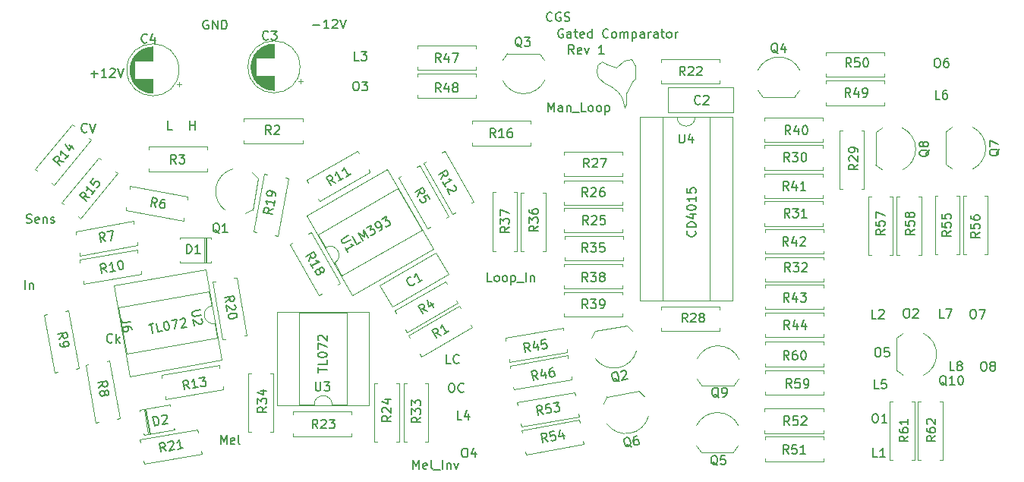
<source format=gbr>
G04 #@! TF.GenerationSoftware,KiCad,Pcbnew,(5.1.2-1)-1*
G04 #@! TF.CreationDate,2021-12-13T02:53:48-05:00*
G04 #@! TF.ProjectId,Gated Comparator - Serge,47617465-6420-4436-9f6d-70617261746f,rev?*
G04 #@! TF.SameCoordinates,Original*
G04 #@! TF.FileFunction,Legend,Top*
G04 #@! TF.FilePolarity,Positive*
%FSLAX46Y46*%
G04 Gerber Fmt 4.6, Leading zero omitted, Abs format (unit mm)*
G04 Created by KiCad (PCBNEW (5.1.2-1)-1) date 2021-12-13 02:53:48*
%MOMM*%
%LPD*%
G04 APERTURE LIST*
%ADD10C,0.120000*%
%ADD11C,0.150000*%
G04 APERTURE END LIST*
D10*
X82196940Y-23408640D02*
X82323940Y-22900640D01*
X82102960Y-23027640D02*
X82196940Y-23408640D01*
X81927700Y-22504400D02*
X82102960Y-23027640D01*
X81752440Y-22092920D02*
X81927700Y-22504400D01*
X81292700Y-21584920D02*
X81752440Y-22092920D01*
X80594200Y-20949920D02*
X81292700Y-21584920D01*
X79943960Y-20680680D02*
X80594200Y-20949920D01*
X79214980Y-20045680D02*
X79943960Y-20680680D01*
X79072740Y-19428460D02*
X79214980Y-20015200D01*
X79121000Y-18681700D02*
X79072740Y-19428460D01*
X79629000Y-18270220D02*
X79121000Y-18681700D01*
X80230980Y-18539460D02*
X79629000Y-18270220D01*
X81259680Y-18897600D02*
X80223360Y-18539460D01*
X82374740Y-21805900D02*
X82334100Y-23042880D01*
X83131660Y-20373340D02*
X82374740Y-21805900D01*
X83332320Y-20172680D02*
X83131660Y-20373340D01*
X83332320Y-18737580D02*
X83332320Y-20172680D01*
X82971640Y-18021300D02*
X83332320Y-18737580D01*
X82095340Y-18140680D02*
X82971640Y-18021300D01*
X81259680Y-18938240D02*
X82095340Y-18140680D01*
D11*
X74085533Y-13643882D02*
X74037914Y-13691501D01*
X73895057Y-13739120D01*
X73799819Y-13739120D01*
X73656961Y-13691501D01*
X73561723Y-13596263D01*
X73514104Y-13501025D01*
X73466485Y-13310549D01*
X73466485Y-13167692D01*
X73514104Y-12977216D01*
X73561723Y-12881978D01*
X73656961Y-12786740D01*
X73799819Y-12739120D01*
X73895057Y-12739120D01*
X74037914Y-12786740D01*
X74085533Y-12834359D01*
X75037914Y-12786740D02*
X74942676Y-12739120D01*
X74799819Y-12739120D01*
X74656961Y-12786740D01*
X74561723Y-12881978D01*
X74514104Y-12977216D01*
X74466485Y-13167692D01*
X74466485Y-13310549D01*
X74514104Y-13501025D01*
X74561723Y-13596263D01*
X74656961Y-13691501D01*
X74799819Y-13739120D01*
X74895057Y-13739120D01*
X75037914Y-13691501D01*
X75085533Y-13643882D01*
X75085533Y-13310549D01*
X74895057Y-13310549D01*
X75466485Y-13691501D02*
X75609342Y-13739120D01*
X75847438Y-13739120D01*
X75942676Y-13691501D01*
X75990295Y-13643882D01*
X76037914Y-13548644D01*
X76037914Y-13453406D01*
X75990295Y-13358168D01*
X75942676Y-13310549D01*
X75847438Y-13262930D01*
X75656961Y-13215311D01*
X75561723Y-13167692D01*
X75514104Y-13120073D01*
X75466485Y-13024835D01*
X75466485Y-12929597D01*
X75514104Y-12834359D01*
X75561723Y-12786740D01*
X75656961Y-12739120D01*
X75895057Y-12739120D01*
X76037914Y-12786740D01*
X76521797Y-17404340D02*
X76188463Y-16928150D01*
X75950368Y-17404340D02*
X75950368Y-16404340D01*
X76331320Y-16404340D01*
X76426559Y-16451960D01*
X76474178Y-16499579D01*
X76521797Y-16594817D01*
X76521797Y-16737674D01*
X76474178Y-16832912D01*
X76426559Y-16880531D01*
X76331320Y-16928150D01*
X75950368Y-16928150D01*
X77331320Y-17356721D02*
X77236082Y-17404340D01*
X77045606Y-17404340D01*
X76950368Y-17356721D01*
X76902749Y-17261483D01*
X76902749Y-16880531D01*
X76950368Y-16785293D01*
X77045606Y-16737674D01*
X77236082Y-16737674D01*
X77331320Y-16785293D01*
X77378940Y-16880531D01*
X77378940Y-16975769D01*
X76902749Y-17071007D01*
X77712273Y-16737674D02*
X77950368Y-17404340D01*
X78188463Y-16737674D01*
X79855130Y-17404340D02*
X79283701Y-17404340D01*
X79569416Y-17404340D02*
X79569416Y-16404340D01*
X79474178Y-16547198D01*
X79378940Y-16642436D01*
X79283701Y-16690055D01*
X75297471Y-14656180D02*
X75202233Y-14608560D01*
X75059376Y-14608560D01*
X74916519Y-14656180D01*
X74821280Y-14751418D01*
X74773661Y-14846656D01*
X74726042Y-15037132D01*
X74726042Y-15179989D01*
X74773661Y-15370465D01*
X74821280Y-15465703D01*
X74916519Y-15560941D01*
X75059376Y-15608560D01*
X75154614Y-15608560D01*
X75297471Y-15560941D01*
X75345090Y-15513322D01*
X75345090Y-15179989D01*
X75154614Y-15179989D01*
X76202233Y-15608560D02*
X76202233Y-15084751D01*
X76154614Y-14989513D01*
X76059376Y-14941894D01*
X75868900Y-14941894D01*
X75773661Y-14989513D01*
X76202233Y-15560941D02*
X76106995Y-15608560D01*
X75868900Y-15608560D01*
X75773661Y-15560941D01*
X75726042Y-15465703D01*
X75726042Y-15370465D01*
X75773661Y-15275227D01*
X75868900Y-15227608D01*
X76106995Y-15227608D01*
X76202233Y-15179989D01*
X76535566Y-14941894D02*
X76916519Y-14941894D01*
X76678423Y-14608560D02*
X76678423Y-15465703D01*
X76726042Y-15560941D01*
X76821280Y-15608560D01*
X76916519Y-15608560D01*
X77630804Y-15560941D02*
X77535566Y-15608560D01*
X77345090Y-15608560D01*
X77249852Y-15560941D01*
X77202233Y-15465703D01*
X77202233Y-15084751D01*
X77249852Y-14989513D01*
X77345090Y-14941894D01*
X77535566Y-14941894D01*
X77630804Y-14989513D01*
X77678423Y-15084751D01*
X77678423Y-15179989D01*
X77202233Y-15275227D01*
X78535566Y-15608560D02*
X78535566Y-14608560D01*
X78535566Y-15560941D02*
X78440328Y-15608560D01*
X78249852Y-15608560D01*
X78154614Y-15560941D01*
X78106995Y-15513322D01*
X78059376Y-15418084D01*
X78059376Y-15132370D01*
X78106995Y-15037132D01*
X78154614Y-14989513D01*
X78249852Y-14941894D01*
X78440328Y-14941894D01*
X78535566Y-14989513D01*
X80345090Y-15513322D02*
X80297471Y-15560941D01*
X80154614Y-15608560D01*
X80059376Y-15608560D01*
X79916519Y-15560941D01*
X79821280Y-15465703D01*
X79773661Y-15370465D01*
X79726042Y-15179989D01*
X79726042Y-15037132D01*
X79773661Y-14846656D01*
X79821280Y-14751418D01*
X79916519Y-14656180D01*
X80059376Y-14608560D01*
X80154614Y-14608560D01*
X80297471Y-14656180D01*
X80345090Y-14703799D01*
X80916519Y-15608560D02*
X80821280Y-15560941D01*
X80773661Y-15513322D01*
X80726042Y-15418084D01*
X80726042Y-15132370D01*
X80773661Y-15037132D01*
X80821280Y-14989513D01*
X80916519Y-14941894D01*
X81059376Y-14941894D01*
X81154614Y-14989513D01*
X81202233Y-15037132D01*
X81249852Y-15132370D01*
X81249852Y-15418084D01*
X81202233Y-15513322D01*
X81154614Y-15560941D01*
X81059376Y-15608560D01*
X80916519Y-15608560D01*
X81678423Y-15608560D02*
X81678423Y-14941894D01*
X81678423Y-15037132D02*
X81726042Y-14989513D01*
X81821280Y-14941894D01*
X81964138Y-14941894D01*
X82059376Y-14989513D01*
X82106995Y-15084751D01*
X82106995Y-15608560D01*
X82106995Y-15084751D02*
X82154614Y-14989513D01*
X82249852Y-14941894D01*
X82392709Y-14941894D01*
X82487947Y-14989513D01*
X82535566Y-15084751D01*
X82535566Y-15608560D01*
X83011757Y-14941894D02*
X83011757Y-15941894D01*
X83011757Y-14989513D02*
X83106995Y-14941894D01*
X83297471Y-14941894D01*
X83392709Y-14989513D01*
X83440328Y-15037132D01*
X83487947Y-15132370D01*
X83487947Y-15418084D01*
X83440328Y-15513322D01*
X83392709Y-15560941D01*
X83297471Y-15608560D01*
X83106995Y-15608560D01*
X83011757Y-15560941D01*
X84345090Y-15608560D02*
X84345090Y-15084751D01*
X84297471Y-14989513D01*
X84202233Y-14941894D01*
X84011757Y-14941894D01*
X83916519Y-14989513D01*
X84345090Y-15560941D02*
X84249852Y-15608560D01*
X84011757Y-15608560D01*
X83916519Y-15560941D01*
X83868900Y-15465703D01*
X83868900Y-15370465D01*
X83916519Y-15275227D01*
X84011757Y-15227608D01*
X84249852Y-15227608D01*
X84345090Y-15179989D01*
X84821280Y-15608560D02*
X84821280Y-14941894D01*
X84821280Y-15132370D02*
X84868900Y-15037132D01*
X84916519Y-14989513D01*
X85011757Y-14941894D01*
X85106995Y-14941894D01*
X85868900Y-15608560D02*
X85868900Y-15084751D01*
X85821280Y-14989513D01*
X85726042Y-14941894D01*
X85535566Y-14941894D01*
X85440328Y-14989513D01*
X85868900Y-15560941D02*
X85773661Y-15608560D01*
X85535566Y-15608560D01*
X85440328Y-15560941D01*
X85392709Y-15465703D01*
X85392709Y-15370465D01*
X85440328Y-15275227D01*
X85535566Y-15227608D01*
X85773661Y-15227608D01*
X85868900Y-15179989D01*
X86202233Y-14941894D02*
X86583185Y-14941894D01*
X86345090Y-14608560D02*
X86345090Y-15465703D01*
X86392709Y-15560941D01*
X86487947Y-15608560D01*
X86583185Y-15608560D01*
X87059376Y-15608560D02*
X86964138Y-15560941D01*
X86916519Y-15513322D01*
X86868900Y-15418084D01*
X86868900Y-15132370D01*
X86916519Y-15037132D01*
X86964138Y-14989513D01*
X87059376Y-14941894D01*
X87202233Y-14941894D01*
X87297471Y-14989513D01*
X87345090Y-15037132D01*
X87392709Y-15132370D01*
X87392709Y-15418084D01*
X87345090Y-15513322D01*
X87297471Y-15560941D01*
X87202233Y-15608560D01*
X87059376Y-15608560D01*
X87821280Y-15608560D02*
X87821280Y-14941894D01*
X87821280Y-15132370D02*
X87868900Y-15037132D01*
X87916519Y-14989513D01*
X88011757Y-14941894D01*
X88106995Y-14941894D01*
X73664867Y-23828000D02*
X73664867Y-22828000D01*
X73998200Y-23542286D01*
X74331534Y-22828000D01*
X74331534Y-23828000D01*
X75236296Y-23828000D02*
X75236296Y-23304191D01*
X75188677Y-23208953D01*
X75093439Y-23161334D01*
X74902962Y-23161334D01*
X74807724Y-23208953D01*
X75236296Y-23780381D02*
X75141058Y-23828000D01*
X74902962Y-23828000D01*
X74807724Y-23780381D01*
X74760105Y-23685143D01*
X74760105Y-23589905D01*
X74807724Y-23494667D01*
X74902962Y-23447048D01*
X75141058Y-23447048D01*
X75236296Y-23399429D01*
X75712486Y-23161334D02*
X75712486Y-23828000D01*
X75712486Y-23256572D02*
X75760105Y-23208953D01*
X75855343Y-23161334D01*
X75998200Y-23161334D01*
X76093439Y-23208953D01*
X76141058Y-23304191D01*
X76141058Y-23828000D01*
X76379153Y-23923239D02*
X77141058Y-23923239D01*
X77855343Y-23828000D02*
X77379153Y-23828000D01*
X77379153Y-22828000D01*
X78331534Y-23828000D02*
X78236296Y-23780381D01*
X78188677Y-23732762D01*
X78141058Y-23637524D01*
X78141058Y-23351810D01*
X78188677Y-23256572D01*
X78236296Y-23208953D01*
X78331534Y-23161334D01*
X78474391Y-23161334D01*
X78569629Y-23208953D01*
X78617248Y-23256572D01*
X78664867Y-23351810D01*
X78664867Y-23637524D01*
X78617248Y-23732762D01*
X78569629Y-23780381D01*
X78474391Y-23828000D01*
X78331534Y-23828000D01*
X79236296Y-23828000D02*
X79141058Y-23780381D01*
X79093439Y-23732762D01*
X79045820Y-23637524D01*
X79045820Y-23351810D01*
X79093439Y-23256572D01*
X79141058Y-23208953D01*
X79236296Y-23161334D01*
X79379153Y-23161334D01*
X79474391Y-23208953D01*
X79522010Y-23256572D01*
X79569629Y-23351810D01*
X79569629Y-23637524D01*
X79522010Y-23732762D01*
X79474391Y-23780381D01*
X79379153Y-23828000D01*
X79236296Y-23828000D01*
X79998200Y-23161334D02*
X79998200Y-24161334D01*
X79998200Y-23208953D02*
X80093439Y-23161334D01*
X80283915Y-23161334D01*
X80379153Y-23208953D01*
X80426772Y-23256572D01*
X80474391Y-23351810D01*
X80474391Y-23637524D01*
X80426772Y-23732762D01*
X80379153Y-23780381D01*
X80283915Y-23828000D01*
X80093439Y-23828000D01*
X79998200Y-23780381D01*
X29060052Y-47580669D02*
X29622799Y-47481441D01*
X29515074Y-48515863D02*
X29341426Y-47531055D01*
X30593673Y-48325677D02*
X30124717Y-48408366D01*
X29951068Y-47423559D01*
X30935876Y-47249910D02*
X31029667Y-47233372D01*
X31131728Y-47263730D01*
X31186892Y-47302357D01*
X31250326Y-47387879D01*
X31330297Y-47567192D01*
X31371642Y-47801671D01*
X31357822Y-47997522D01*
X31327465Y-48099582D01*
X31288838Y-48154747D01*
X31203316Y-48218180D01*
X31109524Y-48234718D01*
X31007464Y-48204360D01*
X30952300Y-48165734D01*
X30888866Y-48080212D01*
X30808895Y-47900898D01*
X30767550Y-47666420D01*
X30781370Y-47470569D01*
X30811727Y-47368508D01*
X30850354Y-47313344D01*
X30935876Y-47249910D01*
X31592415Y-47134145D02*
X32248953Y-47018379D01*
X32000541Y-48077608D01*
X32593760Y-47054288D02*
X32632387Y-46999123D01*
X32717909Y-46935690D01*
X32952387Y-46894345D01*
X33054448Y-46924703D01*
X33109612Y-46963329D01*
X33173046Y-47048852D01*
X33189584Y-47142643D01*
X33167495Y-47291599D01*
X32703975Y-47953573D01*
X33313618Y-47846077D01*
X52705695Y-38368540D02*
X52293302Y-38606635D01*
X51793302Y-37740610D01*
X52994370Y-38201873D02*
X52494370Y-37335848D01*
X53140188Y-37787771D01*
X53071720Y-37002515D01*
X53571720Y-37868540D01*
X53401634Y-36812038D02*
X53937745Y-36502515D01*
X53839547Y-36999096D01*
X53963264Y-36927667D01*
X54069553Y-36921287D01*
X54134601Y-36938717D01*
X54223460Y-36997386D01*
X54342507Y-37203583D01*
X54348887Y-37309871D01*
X54331457Y-37374920D01*
X54272788Y-37463778D01*
X54025352Y-37606635D01*
X53919064Y-37613015D01*
X53854015Y-37595585D01*
X54850139Y-37130445D02*
X55015096Y-37035207D01*
X55073765Y-36946348D01*
X55091195Y-36881299D01*
X55102245Y-36709963D01*
X55048246Y-36521196D01*
X54857770Y-36191281D01*
X54768911Y-36132612D01*
X54703862Y-36115182D01*
X54597574Y-36121562D01*
X54432617Y-36216800D01*
X54373948Y-36305659D01*
X54356518Y-36370707D01*
X54362898Y-36476996D01*
X54481946Y-36683192D01*
X54570804Y-36741861D01*
X54635853Y-36759291D01*
X54742141Y-36752911D01*
X54907098Y-36657673D01*
X54965767Y-36568815D01*
X54983197Y-36503766D01*
X54976817Y-36397478D01*
X55051207Y-35859657D02*
X55587318Y-35550134D01*
X55489119Y-36046715D01*
X55612837Y-35975286D01*
X55719125Y-35968906D01*
X55784174Y-35986336D01*
X55873032Y-36045005D01*
X55992080Y-36251202D01*
X55998459Y-36357490D01*
X55981030Y-36422539D01*
X55922360Y-36511397D01*
X55674925Y-36654254D01*
X55568636Y-36660634D01*
X55503588Y-36643204D01*
X47966380Y-52919047D02*
X47966380Y-52347619D01*
X48966380Y-52633333D02*
X47966380Y-52633333D01*
X48966380Y-51538095D02*
X48966380Y-52014285D01*
X47966380Y-52014285D01*
X47966380Y-51014285D02*
X47966380Y-50919047D01*
X48014000Y-50823809D01*
X48061619Y-50776190D01*
X48156857Y-50728571D01*
X48347333Y-50680952D01*
X48585428Y-50680952D01*
X48775904Y-50728571D01*
X48871142Y-50776190D01*
X48918761Y-50823809D01*
X48966380Y-50919047D01*
X48966380Y-51014285D01*
X48918761Y-51109523D01*
X48871142Y-51157142D01*
X48775904Y-51204761D01*
X48585428Y-51252380D01*
X48347333Y-51252380D01*
X48156857Y-51204761D01*
X48061619Y-51157142D01*
X48014000Y-51109523D01*
X47966380Y-51014285D01*
X47966380Y-50347619D02*
X47966380Y-49680952D01*
X48966380Y-50109523D01*
X48061619Y-49347619D02*
X48014000Y-49300000D01*
X47966380Y-49204761D01*
X47966380Y-48966666D01*
X48014000Y-48871428D01*
X48061619Y-48823809D01*
X48156857Y-48776190D01*
X48252095Y-48776190D01*
X48394952Y-48823809D01*
X48966380Y-49395238D01*
X48966380Y-48776190D01*
X90019142Y-37147238D02*
X90066761Y-37194857D01*
X90114380Y-37337714D01*
X90114380Y-37432952D01*
X90066761Y-37575809D01*
X89971523Y-37671047D01*
X89876285Y-37718666D01*
X89685809Y-37766285D01*
X89542952Y-37766285D01*
X89352476Y-37718666D01*
X89257238Y-37671047D01*
X89162000Y-37575809D01*
X89114380Y-37432952D01*
X89114380Y-37337714D01*
X89162000Y-37194857D01*
X89209619Y-37147238D01*
X90114380Y-36718666D02*
X89114380Y-36718666D01*
X89114380Y-36480571D01*
X89162000Y-36337714D01*
X89257238Y-36242476D01*
X89352476Y-36194857D01*
X89542952Y-36147238D01*
X89685809Y-36147238D01*
X89876285Y-36194857D01*
X89971523Y-36242476D01*
X90066761Y-36337714D01*
X90114380Y-36480571D01*
X90114380Y-36718666D01*
X89447714Y-35290095D02*
X90114380Y-35290095D01*
X89066761Y-35528190D02*
X89781047Y-35766285D01*
X89781047Y-35147238D01*
X89114380Y-34575809D02*
X89114380Y-34480571D01*
X89162000Y-34385333D01*
X89209619Y-34337714D01*
X89304857Y-34290095D01*
X89495333Y-34242476D01*
X89733428Y-34242476D01*
X89923904Y-34290095D01*
X90019142Y-34337714D01*
X90066761Y-34385333D01*
X90114380Y-34480571D01*
X90114380Y-34575809D01*
X90066761Y-34671047D01*
X90019142Y-34718666D01*
X89923904Y-34766285D01*
X89733428Y-34813904D01*
X89495333Y-34813904D01*
X89304857Y-34766285D01*
X89209619Y-34718666D01*
X89162000Y-34671047D01*
X89114380Y-34575809D01*
X90114380Y-33290095D02*
X90114380Y-33861523D01*
X90114380Y-33575809D02*
X89114380Y-33575809D01*
X89257238Y-33671047D01*
X89352476Y-33766285D01*
X89400095Y-33861523D01*
X89114380Y-32385333D02*
X89114380Y-32861523D01*
X89590571Y-32909142D01*
X89542952Y-32861523D01*
X89495333Y-32766285D01*
X89495333Y-32528190D01*
X89542952Y-32432952D01*
X89590571Y-32385333D01*
X89685809Y-32337714D01*
X89923904Y-32337714D01*
X90019142Y-32385333D01*
X90066761Y-32432952D01*
X90114380Y-32528190D01*
X90114380Y-32766285D01*
X90066761Y-32861523D01*
X90019142Y-32909142D01*
X67367732Y-42781480D02*
X66891541Y-42781480D01*
X66891541Y-41781480D01*
X67843922Y-42781480D02*
X67748684Y-42733861D01*
X67701065Y-42686242D01*
X67653446Y-42591004D01*
X67653446Y-42305290D01*
X67701065Y-42210052D01*
X67748684Y-42162433D01*
X67843922Y-42114814D01*
X67986780Y-42114814D01*
X68082018Y-42162433D01*
X68129637Y-42210052D01*
X68177256Y-42305290D01*
X68177256Y-42591004D01*
X68129637Y-42686242D01*
X68082018Y-42733861D01*
X67986780Y-42781480D01*
X67843922Y-42781480D01*
X68748684Y-42781480D02*
X68653446Y-42733861D01*
X68605827Y-42686242D01*
X68558208Y-42591004D01*
X68558208Y-42305290D01*
X68605827Y-42210052D01*
X68653446Y-42162433D01*
X68748684Y-42114814D01*
X68891541Y-42114814D01*
X68986780Y-42162433D01*
X69034399Y-42210052D01*
X69082018Y-42305290D01*
X69082018Y-42591004D01*
X69034399Y-42686242D01*
X68986780Y-42733861D01*
X68891541Y-42781480D01*
X68748684Y-42781480D01*
X69510589Y-42114814D02*
X69510589Y-43114814D01*
X69510589Y-42162433D02*
X69605827Y-42114814D01*
X69796303Y-42114814D01*
X69891541Y-42162433D01*
X69939160Y-42210052D01*
X69986780Y-42305290D01*
X69986780Y-42591004D01*
X69939160Y-42686242D01*
X69891541Y-42733861D01*
X69796303Y-42781480D01*
X69605827Y-42781480D01*
X69510589Y-42733861D01*
X70177256Y-42876719D02*
X70939160Y-42876719D01*
X71177256Y-42781480D02*
X71177256Y-41781480D01*
X71653446Y-42114814D02*
X71653446Y-42781480D01*
X71653446Y-42210052D02*
X71701065Y-42162433D01*
X71796303Y-42114814D01*
X71939160Y-42114814D01*
X72034399Y-42162433D01*
X72082018Y-42257671D01*
X72082018Y-42781480D01*
X15295619Y-43632380D02*
X15295619Y-42632380D01*
X15771809Y-42965714D02*
X15771809Y-43632380D01*
X15771809Y-43060952D02*
X15819428Y-43013333D01*
X15914666Y-42965714D01*
X16057523Y-42965714D01*
X16152761Y-43013333D01*
X16200380Y-43108571D01*
X16200380Y-43632380D01*
X15446571Y-36218761D02*
X15589428Y-36266380D01*
X15827523Y-36266380D01*
X15922761Y-36218761D01*
X15970380Y-36171142D01*
X16018000Y-36075904D01*
X16018000Y-35980666D01*
X15970380Y-35885428D01*
X15922761Y-35837809D01*
X15827523Y-35790190D01*
X15637047Y-35742571D01*
X15541809Y-35694952D01*
X15494190Y-35647333D01*
X15446571Y-35552095D01*
X15446571Y-35456857D01*
X15494190Y-35361619D01*
X15541809Y-35314000D01*
X15637047Y-35266380D01*
X15875142Y-35266380D01*
X16018000Y-35314000D01*
X16827523Y-36218761D02*
X16732285Y-36266380D01*
X16541809Y-36266380D01*
X16446571Y-36218761D01*
X16398952Y-36123523D01*
X16398952Y-35742571D01*
X16446571Y-35647333D01*
X16541809Y-35599714D01*
X16732285Y-35599714D01*
X16827523Y-35647333D01*
X16875142Y-35742571D01*
X16875142Y-35837809D01*
X16398952Y-35933047D01*
X17303714Y-35599714D02*
X17303714Y-36266380D01*
X17303714Y-35694952D02*
X17351333Y-35647333D01*
X17446571Y-35599714D01*
X17589428Y-35599714D01*
X17684666Y-35647333D01*
X17732285Y-35742571D01*
X17732285Y-36266380D01*
X18160857Y-36218761D02*
X18256095Y-36266380D01*
X18446571Y-36266380D01*
X18541809Y-36218761D01*
X18589428Y-36123523D01*
X18589428Y-36075904D01*
X18541809Y-35980666D01*
X18446571Y-35933047D01*
X18303714Y-35933047D01*
X18208476Y-35885428D01*
X18160857Y-35790190D01*
X18160857Y-35742571D01*
X18208476Y-35647333D01*
X18303714Y-35599714D01*
X18446571Y-35599714D01*
X18541809Y-35647333D01*
X25035521Y-49521382D02*
X24987902Y-49569001D01*
X24845045Y-49616620D01*
X24749807Y-49616620D01*
X24606950Y-49569001D01*
X24511712Y-49473763D01*
X24464093Y-49378525D01*
X24416474Y-49188049D01*
X24416474Y-49045192D01*
X24464093Y-48854716D01*
X24511712Y-48759478D01*
X24606950Y-48664240D01*
X24749807Y-48616620D01*
X24845045Y-48616620D01*
X24987902Y-48664240D01*
X25035521Y-48711859D01*
X25464093Y-49616620D02*
X25464093Y-48616620D01*
X25559331Y-49235668D02*
X25845045Y-49616620D01*
X25845045Y-48949954D02*
X25464093Y-49330906D01*
X37124450Y-60922160D02*
X37124450Y-59922160D01*
X37457783Y-60636446D01*
X37791117Y-59922160D01*
X37791117Y-60922160D01*
X38648260Y-60874541D02*
X38553021Y-60922160D01*
X38362545Y-60922160D01*
X38267307Y-60874541D01*
X38219688Y-60779303D01*
X38219688Y-60398351D01*
X38267307Y-60303113D01*
X38362545Y-60255494D01*
X38553021Y-60255494D01*
X38648260Y-60303113D01*
X38695879Y-60398351D01*
X38695879Y-60493589D01*
X38219688Y-60588827D01*
X39267307Y-60922160D02*
X39172069Y-60874541D01*
X39124450Y-60779303D01*
X39124450Y-59922160D01*
X58598109Y-63695840D02*
X58598109Y-62695840D01*
X58931442Y-63410126D01*
X59264776Y-62695840D01*
X59264776Y-63695840D01*
X60121919Y-63648221D02*
X60026680Y-63695840D01*
X59836204Y-63695840D01*
X59740966Y-63648221D01*
X59693347Y-63552983D01*
X59693347Y-63172031D01*
X59740966Y-63076793D01*
X59836204Y-63029174D01*
X60026680Y-63029174D01*
X60121919Y-63076793D01*
X60169538Y-63172031D01*
X60169538Y-63267269D01*
X59693347Y-63362507D01*
X60740966Y-63695840D02*
X60645728Y-63648221D01*
X60598109Y-63552983D01*
X60598109Y-62695840D01*
X60883823Y-63791079D02*
X61645728Y-63791079D01*
X61883823Y-63695840D02*
X61883823Y-62695840D01*
X62360014Y-63029174D02*
X62360014Y-63695840D01*
X62360014Y-63124412D02*
X62407633Y-63076793D01*
X62502871Y-63029174D01*
X62645728Y-63029174D01*
X62740966Y-63076793D01*
X62788585Y-63172031D01*
X62788585Y-63695840D01*
X63169538Y-63029174D02*
X63407633Y-63695840D01*
X63645728Y-63029174D01*
X64254451Y-61385200D02*
X64444927Y-61385200D01*
X64540165Y-61432820D01*
X64635403Y-61528058D01*
X64683022Y-61718534D01*
X64683022Y-62051867D01*
X64635403Y-62242343D01*
X64540165Y-62337581D01*
X64444927Y-62385200D01*
X64254451Y-62385200D01*
X64159213Y-62337581D01*
X64063975Y-62242343D01*
X64016356Y-62051867D01*
X64016356Y-61718534D01*
X64063975Y-61528058D01*
X64159213Y-61432820D01*
X64254451Y-61385200D01*
X65540165Y-61718534D02*
X65540165Y-62385200D01*
X65302070Y-61337581D02*
X65063975Y-62051867D01*
X65683022Y-62051867D01*
X64016593Y-58186580D02*
X63540402Y-58186580D01*
X63540402Y-57186580D01*
X64778498Y-57519914D02*
X64778498Y-58186580D01*
X64540402Y-57138961D02*
X64302307Y-57853247D01*
X64921355Y-57853247D01*
X62782841Y-54130960D02*
X62973318Y-54130960D01*
X63068556Y-54178580D01*
X63163794Y-54273818D01*
X63211413Y-54464294D01*
X63211413Y-54797627D01*
X63163794Y-54988103D01*
X63068556Y-55083341D01*
X62973318Y-55130960D01*
X62782841Y-55130960D01*
X62687603Y-55083341D01*
X62592365Y-54988103D01*
X62544746Y-54797627D01*
X62544746Y-54464294D01*
X62592365Y-54273818D01*
X62687603Y-54178580D01*
X62782841Y-54130960D01*
X64211413Y-55035722D02*
X64163794Y-55083341D01*
X64020937Y-55130960D01*
X63925699Y-55130960D01*
X63782841Y-55083341D01*
X63687603Y-54988103D01*
X63639984Y-54892865D01*
X63592365Y-54702389D01*
X63592365Y-54559532D01*
X63639984Y-54369056D01*
X63687603Y-54273818D01*
X63782841Y-54178580D01*
X63925699Y-54130960D01*
X64020937Y-54130960D01*
X64163794Y-54178580D01*
X64211413Y-54226199D01*
X62776123Y-51935640D02*
X62299933Y-51935640D01*
X62299933Y-50935640D01*
X63680885Y-51840402D02*
X63633266Y-51888021D01*
X63490409Y-51935640D01*
X63395171Y-51935640D01*
X63252314Y-51888021D01*
X63157076Y-51792783D01*
X63109457Y-51697545D01*
X63061838Y-51507069D01*
X63061838Y-51364212D01*
X63109457Y-51173736D01*
X63157076Y-51078498D01*
X63252314Y-50983260D01*
X63395171Y-50935640D01*
X63490409Y-50935640D01*
X63633266Y-50983260D01*
X63680885Y-51030879D01*
X110381753Y-62352180D02*
X109905562Y-62352180D01*
X109905562Y-61352180D01*
X111238896Y-62352180D02*
X110667467Y-62352180D01*
X110953181Y-62352180D02*
X110953181Y-61352180D01*
X110857943Y-61495038D01*
X110762705Y-61590276D01*
X110667467Y-61637895D01*
X110032871Y-57529480D02*
X110223347Y-57529480D01*
X110318585Y-57577100D01*
X110413823Y-57672338D01*
X110461442Y-57862814D01*
X110461442Y-58196147D01*
X110413823Y-58386623D01*
X110318585Y-58481861D01*
X110223347Y-58529480D01*
X110032871Y-58529480D01*
X109937633Y-58481861D01*
X109842395Y-58386623D01*
X109794776Y-58196147D01*
X109794776Y-57862814D01*
X109842395Y-57672338D01*
X109937633Y-57577100D01*
X110032871Y-57529480D01*
X111413823Y-58529480D02*
X110842395Y-58529480D01*
X111128109Y-58529480D02*
X111128109Y-57529480D01*
X111032871Y-57672338D01*
X110937633Y-57767576D01*
X110842395Y-57815195D01*
X110511293Y-54716940D02*
X110035102Y-54716940D01*
X110035102Y-53716940D01*
X111320817Y-53716940D02*
X110844626Y-53716940D01*
X110797007Y-54193131D01*
X110844626Y-54145512D01*
X110939864Y-54097893D01*
X111177960Y-54097893D01*
X111273198Y-54145512D01*
X111320817Y-54193131D01*
X111368436Y-54288369D01*
X111368436Y-54526464D01*
X111320817Y-54621702D01*
X111273198Y-54669321D01*
X111177960Y-54716940D01*
X110939864Y-54716940D01*
X110844626Y-54669321D01*
X110797007Y-54621702D01*
X110319891Y-50163480D02*
X110510367Y-50163480D01*
X110605605Y-50211100D01*
X110700843Y-50306338D01*
X110748462Y-50496814D01*
X110748462Y-50830147D01*
X110700843Y-51020623D01*
X110605605Y-51115861D01*
X110510367Y-51163480D01*
X110319891Y-51163480D01*
X110224653Y-51115861D01*
X110129415Y-51020623D01*
X110081796Y-50830147D01*
X110081796Y-50496814D01*
X110129415Y-50306338D01*
X110224653Y-50211100D01*
X110319891Y-50163480D01*
X111653224Y-50163480D02*
X111177034Y-50163480D01*
X111129415Y-50639671D01*
X111177034Y-50592052D01*
X111272272Y-50544433D01*
X111510367Y-50544433D01*
X111605605Y-50592052D01*
X111653224Y-50639671D01*
X111700843Y-50734909D01*
X111700843Y-50973004D01*
X111653224Y-51068242D01*
X111605605Y-51115861D01*
X111510367Y-51163480D01*
X111272272Y-51163480D01*
X111177034Y-51115861D01*
X111129415Y-51068242D01*
X122123271Y-51743360D02*
X122313747Y-51743360D01*
X122408985Y-51790980D01*
X122504223Y-51886218D01*
X122551842Y-52076694D01*
X122551842Y-52410027D01*
X122504223Y-52600503D01*
X122408985Y-52695741D01*
X122313747Y-52743360D01*
X122123271Y-52743360D01*
X122028033Y-52695741D01*
X121932795Y-52600503D01*
X121885176Y-52410027D01*
X121885176Y-52076694D01*
X121932795Y-51886218D01*
X122028033Y-51790980D01*
X122123271Y-51743360D01*
X123123271Y-52171932D02*
X123028033Y-52124313D01*
X122980414Y-52076694D01*
X122932795Y-51981456D01*
X122932795Y-51933837D01*
X122980414Y-51838599D01*
X123028033Y-51790980D01*
X123123271Y-51743360D01*
X123313747Y-51743360D01*
X123408985Y-51790980D01*
X123456604Y-51838599D01*
X123504223Y-51933837D01*
X123504223Y-51981456D01*
X123456604Y-52076694D01*
X123408985Y-52124313D01*
X123313747Y-52171932D01*
X123123271Y-52171932D01*
X123028033Y-52219551D01*
X122980414Y-52267170D01*
X122932795Y-52362408D01*
X122932795Y-52552884D01*
X122980414Y-52648122D01*
X123028033Y-52695741D01*
X123123271Y-52743360D01*
X123313747Y-52743360D01*
X123408985Y-52695741D01*
X123456604Y-52648122D01*
X123504223Y-52552884D01*
X123504223Y-52362408D01*
X123456604Y-52267170D01*
X123408985Y-52219551D01*
X123313747Y-52171932D01*
X118964413Y-52712880D02*
X118488222Y-52712880D01*
X118488222Y-51712880D01*
X119440603Y-52141452D02*
X119345365Y-52093833D01*
X119297746Y-52046214D01*
X119250127Y-51950976D01*
X119250127Y-51903357D01*
X119297746Y-51808119D01*
X119345365Y-51760500D01*
X119440603Y-51712880D01*
X119631080Y-51712880D01*
X119726318Y-51760500D01*
X119773937Y-51808119D01*
X119821556Y-51903357D01*
X119821556Y-51950976D01*
X119773937Y-52046214D01*
X119726318Y-52093833D01*
X119631080Y-52141452D01*
X119440603Y-52141452D01*
X119345365Y-52189071D01*
X119297746Y-52236690D01*
X119250127Y-52331928D01*
X119250127Y-52522404D01*
X119297746Y-52617642D01*
X119345365Y-52665261D01*
X119440603Y-52712880D01*
X119631080Y-52712880D01*
X119726318Y-52665261D01*
X119773937Y-52617642D01*
X119821556Y-52522404D01*
X119821556Y-52331928D01*
X119773937Y-52236690D01*
X119726318Y-52189071D01*
X119631080Y-52141452D01*
X120954871Y-45903900D02*
X121145347Y-45903900D01*
X121240585Y-45951520D01*
X121335823Y-46046758D01*
X121383442Y-46237234D01*
X121383442Y-46570567D01*
X121335823Y-46761043D01*
X121240585Y-46856281D01*
X121145347Y-46903900D01*
X120954871Y-46903900D01*
X120859633Y-46856281D01*
X120764395Y-46761043D01*
X120716776Y-46570567D01*
X120716776Y-46237234D01*
X120764395Y-46046758D01*
X120859633Y-45951520D01*
X120954871Y-45903900D01*
X121716776Y-45903900D02*
X122383442Y-45903900D01*
X121954871Y-46903900D01*
X117785853Y-46820080D02*
X117309662Y-46820080D01*
X117309662Y-45820080D01*
X118023948Y-45820080D02*
X118690615Y-45820080D01*
X118262043Y-46820080D01*
X113525371Y-45820080D02*
X113715847Y-45820080D01*
X113811085Y-45867700D01*
X113906323Y-45962938D01*
X113953942Y-46153414D01*
X113953942Y-46486747D01*
X113906323Y-46677223D01*
X113811085Y-46772461D01*
X113715847Y-46820080D01*
X113525371Y-46820080D01*
X113430133Y-46772461D01*
X113334895Y-46677223D01*
X113287276Y-46486747D01*
X113287276Y-46153414D01*
X113334895Y-45962938D01*
X113430133Y-45867700D01*
X113525371Y-45820080D01*
X114334895Y-45915319D02*
X114382514Y-45867700D01*
X114477752Y-45820080D01*
X114715847Y-45820080D01*
X114811085Y-45867700D01*
X114858704Y-45915319D01*
X114906323Y-46010557D01*
X114906323Y-46105795D01*
X114858704Y-46248652D01*
X114287276Y-46820080D01*
X114906323Y-46820080D01*
X110242053Y-46903900D02*
X109765862Y-46903900D01*
X109765862Y-45903900D01*
X110527767Y-45999139D02*
X110575386Y-45951520D01*
X110670624Y-45903900D01*
X110908720Y-45903900D01*
X111003958Y-45951520D01*
X111051577Y-45999139D01*
X111099196Y-46094377D01*
X111099196Y-46189615D01*
X111051577Y-46332472D01*
X110480148Y-46903900D01*
X111099196Y-46903900D01*
X116954371Y-17892780D02*
X117144847Y-17892780D01*
X117240085Y-17940400D01*
X117335323Y-18035638D01*
X117382942Y-18226114D01*
X117382942Y-18559447D01*
X117335323Y-18749923D01*
X117240085Y-18845161D01*
X117144847Y-18892780D01*
X116954371Y-18892780D01*
X116859133Y-18845161D01*
X116763895Y-18749923D01*
X116716276Y-18559447D01*
X116716276Y-18226114D01*
X116763895Y-18035638D01*
X116859133Y-17940400D01*
X116954371Y-17892780D01*
X118240085Y-17892780D02*
X118049609Y-17892780D01*
X117954371Y-17940400D01*
X117906752Y-17988019D01*
X117811514Y-18130876D01*
X117763895Y-18321352D01*
X117763895Y-18702304D01*
X117811514Y-18797542D01*
X117859133Y-18845161D01*
X117954371Y-18892780D01*
X118144847Y-18892780D01*
X118240085Y-18845161D01*
X118287704Y-18797542D01*
X118335323Y-18702304D01*
X118335323Y-18464209D01*
X118287704Y-18368971D01*
X118240085Y-18321352D01*
X118144847Y-18273733D01*
X117954371Y-18273733D01*
X117859133Y-18321352D01*
X117811514Y-18368971D01*
X117763895Y-18464209D01*
X117336273Y-22441160D02*
X116860082Y-22441160D01*
X116860082Y-21441160D01*
X118098178Y-21441160D02*
X117907701Y-21441160D01*
X117812463Y-21488780D01*
X117764844Y-21536399D01*
X117669606Y-21679256D01*
X117621987Y-21869732D01*
X117621987Y-22250684D01*
X117669606Y-22345922D01*
X117717225Y-22393541D01*
X117812463Y-22441160D01*
X118002940Y-22441160D01*
X118098178Y-22393541D01*
X118145797Y-22345922D01*
X118193416Y-22250684D01*
X118193416Y-22012589D01*
X118145797Y-21917351D01*
X118098178Y-21869732D01*
X118002940Y-21822113D01*
X117812463Y-21822113D01*
X117717225Y-21869732D01*
X117669606Y-21917351D01*
X117621987Y-22012589D01*
X52103091Y-20488660D02*
X52293567Y-20488660D01*
X52388805Y-20536280D01*
X52484043Y-20631518D01*
X52531662Y-20821994D01*
X52531662Y-21155327D01*
X52484043Y-21345803D01*
X52388805Y-21441041D01*
X52293567Y-21488660D01*
X52103091Y-21488660D01*
X52007853Y-21441041D01*
X51912615Y-21345803D01*
X51864996Y-21155327D01*
X51864996Y-20821994D01*
X51912615Y-20631518D01*
X52007853Y-20536280D01*
X52103091Y-20488660D01*
X52864996Y-20488660D02*
X53484043Y-20488660D01*
X53150710Y-20869613D01*
X53293567Y-20869613D01*
X53388805Y-20917232D01*
X53436424Y-20964851D01*
X53484043Y-21060089D01*
X53484043Y-21298184D01*
X53436424Y-21393422D01*
X53388805Y-21441041D01*
X53293567Y-21488660D01*
X53007853Y-21488660D01*
X52912615Y-21441041D01*
X52864996Y-21393422D01*
X52545953Y-18118080D02*
X52069762Y-18118080D01*
X52069762Y-17118080D01*
X52784048Y-17118080D02*
X53403096Y-17118080D01*
X53069762Y-17499033D01*
X53212620Y-17499033D01*
X53307858Y-17546652D01*
X53355477Y-17594271D01*
X53403096Y-17689509D01*
X53403096Y-17927604D01*
X53355477Y-18022842D01*
X53307858Y-18070461D01*
X53212620Y-18118080D01*
X52926905Y-18118080D01*
X52831667Y-18070461D01*
X52784048Y-18022842D01*
X47422655Y-14170968D02*
X48184560Y-14170968D01*
X49184560Y-14551920D02*
X48613131Y-14551920D01*
X48898845Y-14551920D02*
X48898845Y-13551920D01*
X48803607Y-13694778D01*
X48708369Y-13790016D01*
X48613131Y-13837635D01*
X49565512Y-13647159D02*
X49613131Y-13599540D01*
X49708369Y-13551920D01*
X49946464Y-13551920D01*
X50041702Y-13599540D01*
X50089321Y-13647159D01*
X50136940Y-13742397D01*
X50136940Y-13837635D01*
X50089321Y-13980492D01*
X49517893Y-14551920D01*
X50136940Y-14551920D01*
X50422655Y-13551920D02*
X50755988Y-14551920D01*
X51089321Y-13551920D01*
X35712495Y-13675740D02*
X35617257Y-13628120D01*
X35474400Y-13628120D01*
X35331542Y-13675740D01*
X35236304Y-13770978D01*
X35188685Y-13866216D01*
X35141066Y-14056692D01*
X35141066Y-14199549D01*
X35188685Y-14390025D01*
X35236304Y-14485263D01*
X35331542Y-14580501D01*
X35474400Y-14628120D01*
X35569638Y-14628120D01*
X35712495Y-14580501D01*
X35760114Y-14532882D01*
X35760114Y-14199549D01*
X35569638Y-14199549D01*
X36188685Y-14628120D02*
X36188685Y-13628120D01*
X36760114Y-14628120D01*
X36760114Y-13628120D01*
X37236304Y-14628120D02*
X37236304Y-13628120D01*
X37474400Y-13628120D01*
X37617257Y-13675740D01*
X37712495Y-13770978D01*
X37760114Y-13866216D01*
X37807733Y-14056692D01*
X37807733Y-14199549D01*
X37760114Y-14390025D01*
X37712495Y-14485263D01*
X37617257Y-14580501D01*
X37474400Y-14628120D01*
X37236304Y-14628120D01*
X22622095Y-19629428D02*
X23384000Y-19629428D01*
X23003047Y-20010380D02*
X23003047Y-19248476D01*
X24384000Y-20010380D02*
X23812571Y-20010380D01*
X24098285Y-20010380D02*
X24098285Y-19010380D01*
X24003047Y-19153238D01*
X23907809Y-19248476D01*
X23812571Y-19296095D01*
X24764952Y-19105619D02*
X24812571Y-19058000D01*
X24907809Y-19010380D01*
X25145904Y-19010380D01*
X25241142Y-19058000D01*
X25288761Y-19105619D01*
X25336380Y-19200857D01*
X25336380Y-19296095D01*
X25288761Y-19438952D01*
X24717333Y-20010380D01*
X25336380Y-20010380D01*
X25622095Y-19010380D02*
X25955428Y-20010380D01*
X26288761Y-19010380D01*
X33679165Y-25849840D02*
X33679165Y-24849840D01*
X33679165Y-25326031D02*
X34250594Y-25326031D01*
X34250594Y-25849840D02*
X34250594Y-24849840D01*
X31729323Y-25849840D02*
X31253133Y-25849840D01*
X31253133Y-24849840D01*
X22205012Y-26064482D02*
X22157393Y-26112101D01*
X22014536Y-26159720D01*
X21919298Y-26159720D01*
X21776440Y-26112101D01*
X21681202Y-26016863D01*
X21633583Y-25921625D01*
X21585964Y-25731149D01*
X21585964Y-25588292D01*
X21633583Y-25397816D01*
X21681202Y-25302578D01*
X21776440Y-25207340D01*
X21919298Y-25159720D01*
X22014536Y-25159720D01*
X22157393Y-25207340D01*
X22205012Y-25254959D01*
X22490726Y-25159720D02*
X22824060Y-26159720D01*
X23157393Y-25159720D01*
D10*
X71667120Y-27605660D02*
X71667120Y-27275660D01*
X65127120Y-27605660D02*
X71667120Y-27605660D01*
X65127120Y-27275660D02*
X65127120Y-27605660D01*
X71667120Y-24865660D02*
X71667120Y-25195660D01*
X65127120Y-24865660D02*
X71667120Y-24865660D01*
X65127120Y-25195660D02*
X65127120Y-24865660D01*
X40658523Y-30638106D02*
G75*
G02X41283656Y-31280604I-1509328J-2093903D01*
G01*
X38476265Y-30220602D02*
G75*
G03X36588695Y-32280524I672930J-2511407D01*
G01*
X37657896Y-34861804D02*
G75*
G02X36588695Y-32280524I1491299J2129795D01*
G01*
X39851342Y-35215855D02*
G75*
G03X40658523Y-34825912I-702147J2483846D01*
G01*
X40658523Y-34825912D02*
X41283656Y-31280604D01*
X38585510Y-42405982D02*
X38910497Y-42348678D01*
X38910497Y-42348678D02*
X40046156Y-48789321D01*
X40046156Y-48789321D02*
X39721169Y-48846625D01*
X36537110Y-42767170D02*
X36212123Y-42824474D01*
X36212123Y-42824474D02*
X37347782Y-49265117D01*
X37347782Y-49265117D02*
X37672769Y-49207813D01*
X92769440Y-20717180D02*
X92769440Y-20387180D01*
X86229440Y-20717180D02*
X92769440Y-20717180D01*
X86229440Y-20387180D02*
X86229440Y-20717180D01*
X92769440Y-17977180D02*
X92769440Y-18307180D01*
X86229440Y-17977180D02*
X92769440Y-17977180D01*
X86229440Y-18307180D02*
X86229440Y-17977180D01*
X35003017Y-61981458D02*
X34945713Y-61656471D01*
X28562374Y-63117117D02*
X35003017Y-61981458D01*
X28505070Y-62792130D02*
X28562374Y-63117117D01*
X34527221Y-59283084D02*
X34584525Y-59608071D01*
X28086578Y-60418743D02*
X34527221Y-59283084D01*
X28143882Y-60743730D02*
X28086578Y-60418743D01*
X16378203Y-30245236D02*
X16630998Y-30457356D01*
X20582034Y-25235305D02*
X16378203Y-30245236D01*
X20834828Y-25447425D02*
X20582034Y-25235305D01*
X18477165Y-32006474D02*
X18224370Y-31794354D01*
X22680996Y-26996543D02*
X18477165Y-32006474D01*
X22428201Y-26784423D02*
X22680996Y-26996543D01*
X28549490Y-57044750D02*
X29042650Y-59841604D01*
X28785844Y-57003075D02*
X29279004Y-59799929D01*
X28667667Y-57023913D02*
X29160827Y-59820767D01*
X31957681Y-59327606D02*
X31926425Y-59150340D01*
X28569943Y-59924956D02*
X31957681Y-59327606D01*
X28538686Y-59747690D02*
X28569943Y-59924956D01*
X31464521Y-56530752D02*
X31495777Y-56708017D01*
X28076782Y-57128101D02*
X31464521Y-56530752D01*
X28108039Y-57305367D02*
X28076782Y-57128101D01*
X29431120Y-21747380D02*
X29431120Y-20209380D01*
X29431120Y-18129380D02*
X29431120Y-16591380D01*
X29391120Y-21745380D02*
X29391120Y-20209380D01*
X29391120Y-18129380D02*
X29391120Y-16593380D01*
X29351120Y-21742380D02*
X29351120Y-20209380D01*
X29351120Y-18129380D02*
X29351120Y-16596380D01*
X29311120Y-21738380D02*
X29311120Y-20209380D01*
X29311120Y-18129380D02*
X29311120Y-16600380D01*
X29271120Y-21734380D02*
X29271120Y-20209380D01*
X29271120Y-18129380D02*
X29271120Y-16604380D01*
X29231120Y-21730380D02*
X29231120Y-20209380D01*
X29231120Y-18129380D02*
X29231120Y-16608380D01*
X29191120Y-21725380D02*
X29191120Y-20209380D01*
X29191120Y-18129380D02*
X29191120Y-16613380D01*
X29151120Y-21719380D02*
X29151120Y-20209380D01*
X29151120Y-18129380D02*
X29151120Y-16619380D01*
X29111120Y-21712380D02*
X29111120Y-20209380D01*
X29111120Y-18129380D02*
X29111120Y-16626380D01*
X29071120Y-21705380D02*
X29071120Y-20209380D01*
X29071120Y-18129380D02*
X29071120Y-16633380D01*
X29031120Y-21697380D02*
X29031120Y-20209380D01*
X28430120Y-18129380D02*
X28430120Y-16840380D01*
X28390120Y-21479380D02*
X28390120Y-20209380D01*
X28390120Y-18129380D02*
X28390120Y-16859380D01*
X28350120Y-21459380D02*
X28350120Y-20209380D01*
X28350120Y-18129380D02*
X28350120Y-16879380D01*
X28310120Y-21437380D02*
X28310120Y-20209380D01*
X28310120Y-18129380D02*
X28310120Y-16901380D01*
X28270120Y-21416380D02*
X28270120Y-20209380D01*
X28270120Y-18129380D02*
X28270120Y-16922380D01*
X28230120Y-21393380D02*
X28230120Y-20209380D01*
X28230120Y-18129380D02*
X28230120Y-16945380D01*
X28190120Y-21369380D02*
X28190120Y-20209380D01*
X28190120Y-18129380D02*
X28190120Y-16969380D01*
X28150120Y-21344380D02*
X28150120Y-20209380D01*
X28150120Y-18129380D02*
X28150120Y-16994380D01*
X28110120Y-21318380D02*
X28110120Y-20209380D01*
X29511120Y-21749380D02*
X29511120Y-20209380D01*
X29471120Y-21748380D02*
X29471120Y-20209380D01*
X29471120Y-18129380D02*
X29471120Y-16590380D01*
X28110120Y-18129380D02*
X28110120Y-17020380D01*
X28070120Y-21291380D02*
X28070120Y-20209380D01*
X28070120Y-18129380D02*
X28070120Y-17047380D01*
X28030120Y-21264380D02*
X28030120Y-20209380D01*
X28030120Y-18129380D02*
X28030120Y-17074380D01*
X27990120Y-21234380D02*
X27990120Y-20209380D01*
X27990120Y-18129380D02*
X27990120Y-17104380D01*
X27950120Y-21204380D02*
X27950120Y-20209380D01*
X27950120Y-18129380D02*
X27950120Y-17134380D01*
X29551120Y-18129380D02*
X29551120Y-16589380D01*
X29031120Y-18129380D02*
X29031120Y-16641380D01*
X28991120Y-21689380D02*
X28991120Y-20209380D01*
X28991120Y-18129380D02*
X28991120Y-16649380D01*
X28951120Y-21680380D02*
X28951120Y-20209380D01*
X28951120Y-18129380D02*
X28951120Y-16658380D01*
X28911120Y-21670380D02*
X28911120Y-20209380D01*
X28911120Y-18129380D02*
X28911120Y-16668380D01*
X28871120Y-21660380D02*
X28871120Y-20209380D01*
X27910120Y-21173380D02*
X27910120Y-20209380D01*
X27910120Y-18129380D02*
X27910120Y-17165380D01*
X27870120Y-21140380D02*
X27870120Y-20209380D01*
X27870120Y-18129380D02*
X27870120Y-17198380D01*
X27830120Y-21106380D02*
X27830120Y-20209380D01*
X27830120Y-18129380D02*
X27830120Y-17232380D01*
X27790120Y-21070380D02*
X27790120Y-20209380D01*
X27790120Y-18129380D02*
X27790120Y-17268380D01*
X27750120Y-21033380D02*
X27750120Y-20209380D01*
X27750120Y-18129380D02*
X27750120Y-17305380D01*
X27710120Y-20995380D02*
X27710120Y-20209380D01*
X27710120Y-18129380D02*
X27710120Y-17343380D01*
X27670120Y-20954380D02*
X27670120Y-20209380D01*
X27670120Y-18129380D02*
X27670120Y-17384380D01*
X27630120Y-20912380D02*
X27630120Y-20209380D01*
X27630120Y-18129380D02*
X27630120Y-17426380D01*
X27590120Y-20868380D02*
X27590120Y-20209380D01*
X27590120Y-18129380D02*
X27590120Y-17470380D01*
X27550120Y-20822380D02*
X27550120Y-20209380D01*
X27550120Y-18129380D02*
X27550120Y-17516380D01*
X27510120Y-20774380D02*
X27510120Y-17564380D01*
X27470120Y-20723380D02*
X27470120Y-17615380D01*
X27430120Y-20669380D02*
X27430120Y-17669380D01*
X27390120Y-20612380D02*
X27390120Y-17726380D01*
X27350120Y-20552380D02*
X27350120Y-17786380D01*
X27310120Y-20488380D02*
X27310120Y-17850380D01*
X27270120Y-20420380D02*
X27270120Y-17918380D01*
X27230120Y-20347380D02*
X27230120Y-17991380D01*
X27190120Y-20267380D02*
X27190120Y-18071380D01*
X27150120Y-20180380D02*
X27150120Y-18158380D01*
X27110120Y-20084380D02*
X27110120Y-18254380D01*
X27070120Y-19974380D02*
X27070120Y-18364380D01*
X27030120Y-19846380D02*
X27030120Y-18492380D01*
X26990120Y-19687380D02*
X26990120Y-18651380D01*
X26950120Y-19453380D02*
X26950120Y-18885380D01*
X32736895Y-20771380D02*
X32236895Y-20771380D01*
X32486895Y-21021380D02*
X32486895Y-20521380D01*
X29511120Y-18129380D02*
X29511120Y-16589380D01*
X29551120Y-21749380D02*
X29551120Y-20209380D01*
X28871120Y-18129380D02*
X28871120Y-16678380D01*
X28830120Y-21649380D02*
X28830120Y-20209380D01*
X28830120Y-18129380D02*
X28830120Y-16689380D01*
X28790120Y-21637380D02*
X28790120Y-20209380D01*
X28790120Y-18129380D02*
X28790120Y-16701380D01*
X28750120Y-21624380D02*
X28750120Y-20209380D01*
X28750120Y-18129380D02*
X28750120Y-16714380D01*
X28710120Y-21611380D02*
X28710120Y-20209380D01*
X28710120Y-18129380D02*
X28710120Y-16727380D01*
X28670120Y-21597380D02*
X28670120Y-20209380D01*
X28670120Y-18129380D02*
X28670120Y-16741380D01*
X28630120Y-21583380D02*
X28630120Y-20209380D01*
X28630120Y-18129380D02*
X28630120Y-16755380D01*
X28590120Y-21567380D02*
X28590120Y-20209380D01*
X28590120Y-18129380D02*
X28590120Y-16771380D01*
X28550120Y-21551380D02*
X28550120Y-20209380D01*
X28550120Y-18129380D02*
X28550120Y-16787380D01*
X28510120Y-21534380D02*
X28510120Y-20209380D01*
X28510120Y-18129380D02*
X28510120Y-16804380D01*
X28470120Y-21517380D02*
X28470120Y-20209380D01*
X28470120Y-18129380D02*
X28470120Y-16821380D01*
X28430120Y-21498380D02*
X28430120Y-20209380D01*
X32451120Y-19169380D02*
G75*
G03X32451120Y-19169380I-2900000J0D01*
G01*
X42941380Y-21414640D02*
X42941380Y-19876640D01*
X42941380Y-17796640D02*
X42941380Y-16258640D01*
X42901380Y-21412640D02*
X42901380Y-19876640D01*
X42901380Y-17796640D02*
X42901380Y-16260640D01*
X42861380Y-21409640D02*
X42861380Y-19876640D01*
X42861380Y-17796640D02*
X42861380Y-16263640D01*
X42821380Y-21405640D02*
X42821380Y-19876640D01*
X42821380Y-17796640D02*
X42821380Y-16267640D01*
X42781380Y-21401640D02*
X42781380Y-19876640D01*
X42781380Y-17796640D02*
X42781380Y-16271640D01*
X42741380Y-21397640D02*
X42741380Y-19876640D01*
X42741380Y-17796640D02*
X42741380Y-16275640D01*
X42701380Y-21392640D02*
X42701380Y-19876640D01*
X42701380Y-17796640D02*
X42701380Y-16280640D01*
X42661380Y-21386640D02*
X42661380Y-19876640D01*
X42661380Y-17796640D02*
X42661380Y-16286640D01*
X42621380Y-21379640D02*
X42621380Y-19876640D01*
X42621380Y-17796640D02*
X42621380Y-16293640D01*
X42581380Y-21372640D02*
X42581380Y-19876640D01*
X42581380Y-17796640D02*
X42581380Y-16300640D01*
X42541380Y-21364640D02*
X42541380Y-19876640D01*
X41940380Y-17796640D02*
X41940380Y-16507640D01*
X41900380Y-21146640D02*
X41900380Y-19876640D01*
X41900380Y-17796640D02*
X41900380Y-16526640D01*
X41860380Y-21126640D02*
X41860380Y-19876640D01*
X41860380Y-17796640D02*
X41860380Y-16546640D01*
X41820380Y-21104640D02*
X41820380Y-19876640D01*
X41820380Y-17796640D02*
X41820380Y-16568640D01*
X41780380Y-21083640D02*
X41780380Y-19876640D01*
X41780380Y-17796640D02*
X41780380Y-16589640D01*
X41740380Y-21060640D02*
X41740380Y-19876640D01*
X41740380Y-17796640D02*
X41740380Y-16612640D01*
X41700380Y-21036640D02*
X41700380Y-19876640D01*
X41700380Y-17796640D02*
X41700380Y-16636640D01*
X41660380Y-21011640D02*
X41660380Y-19876640D01*
X41660380Y-17796640D02*
X41660380Y-16661640D01*
X41620380Y-20985640D02*
X41620380Y-19876640D01*
X43021380Y-21416640D02*
X43021380Y-19876640D01*
X42981380Y-21415640D02*
X42981380Y-19876640D01*
X42981380Y-17796640D02*
X42981380Y-16257640D01*
X41620380Y-17796640D02*
X41620380Y-16687640D01*
X41580380Y-20958640D02*
X41580380Y-19876640D01*
X41580380Y-17796640D02*
X41580380Y-16714640D01*
X41540380Y-20931640D02*
X41540380Y-19876640D01*
X41540380Y-17796640D02*
X41540380Y-16741640D01*
X41500380Y-20901640D02*
X41500380Y-19876640D01*
X41500380Y-17796640D02*
X41500380Y-16771640D01*
X41460380Y-20871640D02*
X41460380Y-19876640D01*
X41460380Y-17796640D02*
X41460380Y-16801640D01*
X43061380Y-17796640D02*
X43061380Y-16256640D01*
X42541380Y-17796640D02*
X42541380Y-16308640D01*
X42501380Y-21356640D02*
X42501380Y-19876640D01*
X42501380Y-17796640D02*
X42501380Y-16316640D01*
X42461380Y-21347640D02*
X42461380Y-19876640D01*
X42461380Y-17796640D02*
X42461380Y-16325640D01*
X42421380Y-21337640D02*
X42421380Y-19876640D01*
X42421380Y-17796640D02*
X42421380Y-16335640D01*
X42381380Y-21327640D02*
X42381380Y-19876640D01*
X41420380Y-20840640D02*
X41420380Y-19876640D01*
X41420380Y-17796640D02*
X41420380Y-16832640D01*
X41380380Y-20807640D02*
X41380380Y-19876640D01*
X41380380Y-17796640D02*
X41380380Y-16865640D01*
X41340380Y-20773640D02*
X41340380Y-19876640D01*
X41340380Y-17796640D02*
X41340380Y-16899640D01*
X41300380Y-20737640D02*
X41300380Y-19876640D01*
X41300380Y-17796640D02*
X41300380Y-16935640D01*
X41260380Y-20700640D02*
X41260380Y-19876640D01*
X41260380Y-17796640D02*
X41260380Y-16972640D01*
X41220380Y-20662640D02*
X41220380Y-19876640D01*
X41220380Y-17796640D02*
X41220380Y-17010640D01*
X41180380Y-20621640D02*
X41180380Y-19876640D01*
X41180380Y-17796640D02*
X41180380Y-17051640D01*
X41140380Y-20579640D02*
X41140380Y-19876640D01*
X41140380Y-17796640D02*
X41140380Y-17093640D01*
X41100380Y-20535640D02*
X41100380Y-19876640D01*
X41100380Y-17796640D02*
X41100380Y-17137640D01*
X41060380Y-20489640D02*
X41060380Y-19876640D01*
X41060380Y-17796640D02*
X41060380Y-17183640D01*
X41020380Y-20441640D02*
X41020380Y-17231640D01*
X40980380Y-20390640D02*
X40980380Y-17282640D01*
X40940380Y-20336640D02*
X40940380Y-17336640D01*
X40900380Y-20279640D02*
X40900380Y-17393640D01*
X40860380Y-20219640D02*
X40860380Y-17453640D01*
X40820380Y-20155640D02*
X40820380Y-17517640D01*
X40780380Y-20087640D02*
X40780380Y-17585640D01*
X40740380Y-20014640D02*
X40740380Y-17658640D01*
X40700380Y-19934640D02*
X40700380Y-17738640D01*
X40660380Y-19847640D02*
X40660380Y-17825640D01*
X40620380Y-19751640D02*
X40620380Y-17921640D01*
X40580380Y-19641640D02*
X40580380Y-18031640D01*
X40540380Y-19513640D02*
X40540380Y-18159640D01*
X40500380Y-19354640D02*
X40500380Y-18318640D01*
X40460380Y-19120640D02*
X40460380Y-18552640D01*
X46247155Y-20438640D02*
X45747155Y-20438640D01*
X45997155Y-20688640D02*
X45997155Y-20188640D01*
X43021380Y-17796640D02*
X43021380Y-16256640D01*
X43061380Y-21416640D02*
X43061380Y-19876640D01*
X42381380Y-17796640D02*
X42381380Y-16345640D01*
X42340380Y-21316640D02*
X42340380Y-19876640D01*
X42340380Y-17796640D02*
X42340380Y-16356640D01*
X42300380Y-21304640D02*
X42300380Y-19876640D01*
X42300380Y-17796640D02*
X42300380Y-16368640D01*
X42260380Y-21291640D02*
X42260380Y-19876640D01*
X42260380Y-17796640D02*
X42260380Y-16381640D01*
X42220380Y-21278640D02*
X42220380Y-19876640D01*
X42220380Y-17796640D02*
X42220380Y-16394640D01*
X42180380Y-21264640D02*
X42180380Y-19876640D01*
X42180380Y-17796640D02*
X42180380Y-16408640D01*
X42140380Y-21250640D02*
X42140380Y-19876640D01*
X42140380Y-17796640D02*
X42140380Y-16422640D01*
X42100380Y-21234640D02*
X42100380Y-19876640D01*
X42100380Y-17796640D02*
X42100380Y-16438640D01*
X42060380Y-21218640D02*
X42060380Y-19876640D01*
X42060380Y-17796640D02*
X42060380Y-16454640D01*
X42020380Y-21201640D02*
X42020380Y-19876640D01*
X42020380Y-17796640D02*
X42020380Y-16471640D01*
X41980380Y-21184640D02*
X41980380Y-19876640D01*
X41980380Y-17796640D02*
X41980380Y-16488640D01*
X41940380Y-21165640D02*
X41940380Y-19876640D01*
X45961380Y-18836640D02*
G75*
G03X45961380Y-18836640I-2900000J0D01*
G01*
X87029420Y-23887100D02*
X87029420Y-21147100D01*
X94269420Y-23887100D02*
X94269420Y-21147100D01*
X94269420Y-21147100D02*
X87029420Y-21147100D01*
X94269420Y-23887100D02*
X87029420Y-23887100D01*
X113250865Y-53233404D02*
G75*
G02X112523660Y-52709220I1122795J2324184D01*
G01*
X115472467Y-53265620D02*
G75*
G03X116973660Y-50909220I-1098807J2356400D01*
G01*
X115472467Y-48552820D02*
G75*
G02X116973660Y-50909220I-1098807J-2356400D01*
G01*
X113250865Y-48585036D02*
G75*
G03X112523660Y-49109220I1122795J-2324184D01*
G01*
X112523660Y-49109220D02*
X112523660Y-52709220D01*
X94907185Y-53672854D02*
G75*
G02X94383001Y-54400059I-2324184J1122795D01*
G01*
X94939401Y-51451252D02*
G75*
G03X92583001Y-49950059I-2356400J-1098807D01*
G01*
X90226601Y-51451252D02*
G75*
G02X92583001Y-49950059I2356400J-1098807D01*
G01*
X90258817Y-53672854D02*
G75*
G03X90783001Y-54400059I2324184J1122795D01*
G01*
X90783001Y-54400059D02*
X94383001Y-54400059D01*
X110914065Y-30322603D02*
G75*
G02X110186860Y-29798419I1122795J2324184D01*
G01*
X113135667Y-30354819D02*
G75*
G03X114636860Y-27998419I-1098807J2356400D01*
G01*
X113135667Y-25642019D02*
G75*
G02X114636860Y-27998419I-1098807J-2356400D01*
G01*
X110914065Y-25674235D02*
G75*
G03X110186860Y-26198419I1122795J-2324184D01*
G01*
X110186860Y-26198419D02*
X110186860Y-29798419D01*
X118729645Y-30233704D02*
G75*
G02X118002440Y-29709520I1122795J2324184D01*
G01*
X120951247Y-30265920D02*
G75*
G03X122452440Y-27909520I-1098807J2356400D01*
G01*
X120951247Y-25553120D02*
G75*
G02X122452440Y-27909520I-1098807J-2356400D01*
G01*
X118729645Y-25585336D02*
G75*
G03X118002440Y-26109520I1122795J-2324184D01*
G01*
X118002440Y-26109520D02*
X118002440Y-29709520D01*
X79834914Y-56448387D02*
G75*
G02X80224856Y-55641206I2483845J-702146D01*
G01*
X80188963Y-58641833D02*
G75*
G03X82770245Y-59711034I2129796J1491300D01*
G01*
X84830167Y-57823462D02*
G75*
G02X82770245Y-59711034I-2511408J672929D01*
G01*
X84412662Y-55641205D02*
G75*
G03X83770164Y-55016072I-2093903J-1509328D01*
G01*
X83770164Y-55016072D02*
X80224856Y-55641206D01*
X94851303Y-61112515D02*
G75*
G02X94327119Y-61839720I-2324184J1122795D01*
G01*
X94883519Y-58890913D02*
G75*
G03X92527119Y-57389720I-2356400J-1098807D01*
G01*
X90170719Y-58890913D02*
G75*
G02X92527119Y-57389720I2356400J-1098807D01*
G01*
X90202935Y-61112515D02*
G75*
G03X90727119Y-61839720I2324184J1122795D01*
G01*
X90727119Y-61839720D02*
X94327119Y-61839720D01*
X101694064Y-21460575D02*
G75*
G02X101169880Y-22187780I-2324184J1122795D01*
G01*
X101726280Y-19238973D02*
G75*
G03X99369880Y-17737780I-2356400J-1098807D01*
G01*
X97013480Y-19238973D02*
G75*
G02X99369880Y-17737780I2356400J-1098807D01*
G01*
X97045696Y-21460575D02*
G75*
G03X97569880Y-22187780I2324184J1122795D01*
G01*
X97569880Y-22187780D02*
X101169880Y-22187780D01*
X68577376Y-18115166D02*
G75*
G02X69101560Y-17387961I2324184J-1122795D01*
G01*
X68545160Y-20336768D02*
G75*
G03X70901560Y-21837961I2356400J1098807D01*
G01*
X73257960Y-20336768D02*
G75*
G02X70901560Y-21837961I-2356400J1098807D01*
G01*
X73225744Y-18115166D02*
G75*
G03X72701560Y-17387961I-2324184J-1122795D01*
G01*
X72701560Y-17387961D02*
X69101560Y-17387961D01*
X78501226Y-49144952D02*
G75*
G02X78891168Y-48337771I2483845J-702146D01*
G01*
X78855275Y-51338398D02*
G75*
G03X81436557Y-52407599I2129796J1491300D01*
G01*
X83496479Y-50520027D02*
G75*
G02X81436557Y-52407599I-2511408J672929D01*
G01*
X83078974Y-48337770D02*
G75*
G03X82436476Y-47712637I-2093903J-1509328D01*
G01*
X82436476Y-47712637D02*
X78891168Y-48337771D01*
X61132068Y-39572821D02*
X62502068Y-41945731D01*
X54862045Y-43192821D02*
X56232045Y-45565731D01*
X56232045Y-45565731D02*
X62502068Y-41945731D01*
X54862045Y-43192821D02*
X61132068Y-39572821D01*
X35533443Y-40694024D02*
X35533443Y-37854024D01*
X35293443Y-40694024D02*
X35293443Y-37854024D01*
X35413443Y-40694024D02*
X35413443Y-37854024D01*
X32573443Y-37854024D02*
X32573443Y-38034024D01*
X36013443Y-37854024D02*
X32573443Y-37854024D01*
X36013443Y-38034024D02*
X36013443Y-37854024D01*
X32573443Y-40694024D02*
X32573443Y-40514024D01*
X36013443Y-40694024D02*
X32573443Y-40694024D01*
X36013443Y-40514024D02*
X36013443Y-40694024D01*
X58252045Y-49064476D02*
X58087045Y-48778687D01*
X58087045Y-48778687D02*
X63750851Y-45508687D01*
X63750851Y-45508687D02*
X63915851Y-45794476D01*
X59292045Y-50865808D02*
X59457045Y-51151597D01*
X59457045Y-51151597D02*
X65120851Y-47881597D01*
X65120851Y-47881597D02*
X64955851Y-47595808D01*
X39701760Y-24605281D02*
X39701760Y-24935281D01*
X46241760Y-24605281D02*
X39701760Y-24605281D01*
X46241760Y-24935281D02*
X46241760Y-24605281D01*
X39701760Y-27345281D02*
X39701760Y-27015281D01*
X46241760Y-27345281D02*
X39701760Y-27345281D01*
X46241760Y-27015281D02*
X46241760Y-27345281D01*
X35631760Y-30165281D02*
X35631760Y-30495281D01*
X35631760Y-30495281D02*
X29091760Y-30495281D01*
X29091760Y-30495281D02*
X29091760Y-30165281D01*
X35631760Y-28085281D02*
X35631760Y-27755281D01*
X35631760Y-27755281D02*
X29091760Y-27755281D01*
X29091760Y-27755281D02*
X29091760Y-28085281D01*
X56525707Y-46054365D02*
X56690707Y-46340154D01*
X62189513Y-42784365D02*
X56525707Y-46054365D01*
X62354513Y-43070154D02*
X62189513Y-42784365D01*
X57895707Y-48427275D02*
X57730707Y-48141486D01*
X63559513Y-45157275D02*
X57895707Y-48427275D01*
X63394513Y-44871486D02*
X63559513Y-45157275D01*
X59288214Y-29858819D02*
X59002425Y-30023819D01*
X62558214Y-35522625D02*
X59288214Y-29858819D01*
X62272425Y-35687625D02*
X62558214Y-35522625D01*
X56915304Y-31228819D02*
X57201093Y-31063819D01*
X60185304Y-36892625D02*
X56915304Y-31228819D01*
X60471093Y-36727625D02*
X60185304Y-36892625D01*
X26945512Y-32475650D02*
X27002816Y-32150663D01*
X27002816Y-32150663D02*
X33443459Y-33286322D01*
X33443459Y-33286322D02*
X33386155Y-33611309D01*
X26584324Y-34524050D02*
X26527020Y-34849037D01*
X26527020Y-34849037D02*
X32967663Y-35984696D01*
X32967663Y-35984696D02*
X33024967Y-35659709D01*
X27848322Y-38753852D02*
X27791018Y-38428865D01*
X21407679Y-39889511D02*
X27848322Y-38753852D01*
X21350375Y-39564524D02*
X21407679Y-39889511D01*
X27372526Y-36055478D02*
X27429830Y-36380465D01*
X20931883Y-37191137D02*
X27372526Y-36055478D01*
X20989187Y-37516124D02*
X20931883Y-37191137D01*
X24408962Y-51679985D02*
X24733949Y-51622681D01*
X24733949Y-51622681D02*
X25869608Y-58063324D01*
X25869608Y-58063324D02*
X25544621Y-58120628D01*
X22360562Y-52041173D02*
X22035575Y-52098477D01*
X22035575Y-52098477D02*
X23171234Y-58539120D01*
X23171234Y-58539120D02*
X23496221Y-58481816D01*
X20138683Y-46005300D02*
X19813696Y-46062604D01*
X21274342Y-52445943D02*
X20138683Y-46005300D01*
X20949355Y-52503247D02*
X21274342Y-52445943D01*
X17440309Y-46481096D02*
X17765296Y-46423792D01*
X18575968Y-52921739D02*
X17440309Y-46481096D01*
X18900955Y-52864435D02*
X18575968Y-52921739D01*
X21412015Y-40681642D02*
X21354711Y-40356655D01*
X21354711Y-40356655D02*
X27795354Y-39220996D01*
X27795354Y-39220996D02*
X27852658Y-39545983D01*
X21773203Y-42730042D02*
X21830507Y-43055029D01*
X21830507Y-43055029D02*
X28271150Y-41919370D01*
X28271150Y-41919370D02*
X28213846Y-41594383D01*
X46740135Y-31485261D02*
X46905135Y-31771050D01*
X52403941Y-28215261D02*
X46740135Y-31485261D01*
X52568941Y-28501050D02*
X52403941Y-28215261D01*
X48110135Y-33858171D02*
X47945135Y-33572382D01*
X53773941Y-30588171D02*
X48110135Y-33858171D01*
X53608941Y-30302382D02*
X53773941Y-30588171D01*
X63261092Y-35067626D02*
X62975303Y-35232626D01*
X62975303Y-35232626D02*
X59705303Y-29568820D01*
X59705303Y-29568820D02*
X59991092Y-29403820D01*
X65062424Y-34027626D02*
X65348213Y-33862626D01*
X65348213Y-33862626D02*
X62078213Y-28198820D01*
X62078213Y-28198820D02*
X61792424Y-28363820D01*
X37359054Y-54463514D02*
X37416358Y-54788501D01*
X37416358Y-54788501D02*
X30975715Y-55924160D01*
X30975715Y-55924160D02*
X30918411Y-55599173D01*
X36997866Y-52415114D02*
X36940562Y-52090127D01*
X36940562Y-52090127D02*
X30499919Y-53225786D01*
X30499919Y-53225786D02*
X30557223Y-53550773D01*
X25384761Y-30505523D02*
X25637556Y-30717643D01*
X25637556Y-30717643D02*
X21433725Y-35727574D01*
X21433725Y-35727574D02*
X21180930Y-35515454D01*
X23791388Y-29168525D02*
X23538594Y-28956405D01*
X23538594Y-28956405D02*
X19334763Y-33966336D01*
X19334763Y-33966336D02*
X19587558Y-34178456D01*
X46901965Y-37465556D02*
X47187754Y-37300556D01*
X47187754Y-37300556D02*
X50457754Y-42964362D01*
X50457754Y-42964362D02*
X50171965Y-43129362D01*
X45100633Y-38505556D02*
X44814844Y-38670556D01*
X44814844Y-38670556D02*
X48084844Y-44334362D01*
X48084844Y-44334362D02*
X48370633Y-44169362D01*
X44634444Y-31277267D02*
X44309457Y-31219963D01*
X43498785Y-37717910D02*
X44634444Y-31277267D01*
X43173798Y-37660606D02*
X43498785Y-37717910D01*
X41936070Y-30801471D02*
X42261057Y-30858775D01*
X40800411Y-37242114D02*
X41936070Y-30801471D01*
X41125398Y-37299418D02*
X40800411Y-37242114D01*
X51685965Y-60055049D02*
X51685965Y-59725049D01*
X45145965Y-60055049D02*
X51685965Y-60055049D01*
X45145965Y-59725049D02*
X45145965Y-60055049D01*
X51685965Y-57315049D02*
X51685965Y-57645049D01*
X45145965Y-57315049D02*
X51685965Y-57315049D01*
X45145965Y-57645049D02*
X45145965Y-57315049D01*
X54605962Y-60685050D02*
X54275962Y-60685050D01*
X54275962Y-60685050D02*
X54275962Y-54145050D01*
X54275962Y-54145050D02*
X54605962Y-54145050D01*
X56685962Y-60685050D02*
X57015962Y-60685050D01*
X57015962Y-60685050D02*
X57015962Y-54145050D01*
X57015962Y-54145050D02*
X56685962Y-54145050D01*
X81959200Y-37318620D02*
X81959200Y-36988620D01*
X75419200Y-37318620D02*
X81959200Y-37318620D01*
X75419200Y-36988620D02*
X75419200Y-37318620D01*
X81959200Y-34578620D02*
X81959200Y-34908620D01*
X75419200Y-34578620D02*
X81959200Y-34578620D01*
X75419200Y-34908620D02*
X75419200Y-34578620D01*
X75424280Y-31830140D02*
X75424280Y-31500140D01*
X75424280Y-31500140D02*
X81964280Y-31500140D01*
X81964280Y-31500140D02*
X81964280Y-31830140D01*
X75424280Y-33910140D02*
X75424280Y-34240140D01*
X75424280Y-34240140D02*
X81964280Y-34240140D01*
X81964280Y-34240140D02*
X81964280Y-33910140D01*
X81956660Y-31049900D02*
X81956660Y-30719900D01*
X75416660Y-31049900D02*
X81956660Y-31049900D01*
X75416660Y-30719900D02*
X75416660Y-31049900D01*
X81956660Y-28309900D02*
X81956660Y-28639900D01*
X75416660Y-28309900D02*
X81956660Y-28309900D01*
X75416660Y-28639900D02*
X75416660Y-28309900D01*
X86231980Y-45889040D02*
X86231980Y-45559040D01*
X86231980Y-45559040D02*
X92771980Y-45559040D01*
X92771980Y-45559040D02*
X92771980Y-45889040D01*
X86231980Y-47969040D02*
X86231980Y-48299040D01*
X86231980Y-48299040D02*
X92771980Y-48299040D01*
X92771980Y-48299040D02*
X92771980Y-47969040D01*
X106150740Y-32467300D02*
X106480740Y-32467300D01*
X106150740Y-25927300D02*
X106150740Y-32467300D01*
X106480740Y-25927300D02*
X106150740Y-25927300D01*
X108890740Y-32467300D02*
X108560740Y-32467300D01*
X108890740Y-25927300D02*
X108890740Y-32467300D01*
X108560740Y-25927300D02*
X108890740Y-25927300D01*
X97763580Y-27926160D02*
X97763580Y-27596160D01*
X97763580Y-27596160D02*
X104303580Y-27596160D01*
X104303580Y-27596160D02*
X104303580Y-27926160D01*
X97763580Y-30006160D02*
X97763580Y-30336160D01*
X97763580Y-30336160D02*
X104303580Y-30336160D01*
X104303580Y-30336160D02*
X104303580Y-30006160D01*
X97778820Y-33852180D02*
X97778820Y-34182180D01*
X104318820Y-33852180D02*
X97778820Y-33852180D01*
X104318820Y-34182180D02*
X104318820Y-33852180D01*
X97778820Y-36592180D02*
X97778820Y-36262180D01*
X104318820Y-36592180D02*
X97778820Y-36592180D01*
X104318820Y-36262180D02*
X104318820Y-36592180D01*
X97839780Y-40379780D02*
X97839780Y-40049780D01*
X97839780Y-40049780D02*
X104379780Y-40049780D01*
X104379780Y-40049780D02*
X104379780Y-40379780D01*
X97839780Y-42459780D02*
X97839780Y-42789780D01*
X97839780Y-42789780D02*
X104379780Y-42789780D01*
X104379780Y-42789780D02*
X104379780Y-42459780D01*
X57525962Y-60675047D02*
X57855962Y-60675047D01*
X57525962Y-54135047D02*
X57525962Y-60675047D01*
X57855962Y-54135047D02*
X57525962Y-54135047D01*
X60265962Y-60675047D02*
X59935962Y-60675047D01*
X60265962Y-54135047D02*
X60265962Y-60675047D01*
X59935962Y-54135047D02*
X60265962Y-54135047D01*
X42615966Y-53005050D02*
X42945966Y-53005050D01*
X42945966Y-53005050D02*
X42945966Y-59545050D01*
X42945966Y-59545050D02*
X42615966Y-59545050D01*
X40535966Y-53005050D02*
X40205966Y-53005050D01*
X40205966Y-53005050D02*
X40205966Y-59545050D01*
X40205966Y-59545050D02*
X40535966Y-59545050D01*
X82037940Y-40432660D02*
X82037940Y-40102660D01*
X75497940Y-40432660D02*
X82037940Y-40432660D01*
X75497940Y-40102660D02*
X75497940Y-40432660D01*
X82037940Y-37692660D02*
X82037940Y-38022660D01*
X75497940Y-37692660D02*
X82037940Y-37692660D01*
X75497940Y-38022660D02*
X75497940Y-37692660D01*
X70593280Y-39393880D02*
X70923280Y-39393880D01*
X70593280Y-32853880D02*
X70593280Y-39393880D01*
X70923280Y-32853880D02*
X70593280Y-32853880D01*
X73333280Y-39393880D02*
X73003280Y-39393880D01*
X73333280Y-32853880D02*
X73333280Y-39393880D01*
X73003280Y-32853880D02*
X73333280Y-32853880D01*
X67758440Y-39371020D02*
X67428440Y-39371020D01*
X67428440Y-39371020D02*
X67428440Y-32831020D01*
X67428440Y-32831020D02*
X67758440Y-32831020D01*
X69838440Y-39371020D02*
X70168440Y-39371020D01*
X70168440Y-39371020D02*
X70168440Y-32831020D01*
X70168440Y-32831020D02*
X69838440Y-32831020D01*
X75405872Y-40810977D02*
X75405872Y-41140977D01*
X81945872Y-40810977D02*
X75405872Y-40810977D01*
X81945872Y-41140977D02*
X81945872Y-40810977D01*
X75405872Y-43550977D02*
X75405872Y-43220977D01*
X81945872Y-43550977D02*
X75405872Y-43550977D01*
X81945872Y-43220977D02*
X81945872Y-43550977D01*
X75386904Y-44272574D02*
X75386904Y-43942574D01*
X75386904Y-43942574D02*
X81926904Y-43942574D01*
X81926904Y-43942574D02*
X81926904Y-44272574D01*
X75386904Y-46352574D02*
X75386904Y-46682574D01*
X75386904Y-46682574D02*
X81926904Y-46682574D01*
X81926904Y-46682574D02*
X81926904Y-46352574D01*
X104316280Y-27237360D02*
X104316280Y-26907360D01*
X97776280Y-27237360D02*
X104316280Y-27237360D01*
X97776280Y-26907360D02*
X97776280Y-27237360D01*
X104316280Y-24497360D02*
X104316280Y-24827360D01*
X97776280Y-24497360D02*
X104316280Y-24497360D01*
X97776280Y-24827360D02*
X97776280Y-24497360D01*
X104285800Y-33150680D02*
X104285800Y-33480680D01*
X104285800Y-33480680D02*
X97745800Y-33480680D01*
X97745800Y-33480680D02*
X97745800Y-33150680D01*
X104285800Y-31070680D02*
X104285800Y-30740680D01*
X104285800Y-30740680D02*
X97745800Y-30740680D01*
X97745800Y-30740680D02*
X97745800Y-31070680D01*
X104344220Y-39701140D02*
X104344220Y-39371140D01*
X97804220Y-39701140D02*
X104344220Y-39701140D01*
X97804220Y-39371140D02*
X97804220Y-39701140D01*
X104344220Y-36961140D02*
X104344220Y-37291140D01*
X97804220Y-36961140D02*
X104344220Y-36961140D01*
X97804220Y-37291140D02*
X97804220Y-36961140D01*
X104387401Y-45550963D02*
X104387401Y-45880963D01*
X104387401Y-45880963D02*
X97847401Y-45880963D01*
X97847401Y-45880963D02*
X97847401Y-45550963D01*
X104387401Y-43470963D02*
X104387401Y-43140963D01*
X104387401Y-43140963D02*
X97847401Y-43140963D01*
X97847401Y-43140963D02*
X97847401Y-43470963D01*
X104371220Y-48646400D02*
X104371220Y-48976400D01*
X104371220Y-48976400D02*
X97831220Y-48976400D01*
X97831220Y-48976400D02*
X97831220Y-48646400D01*
X104371220Y-46566400D02*
X104371220Y-46236400D01*
X104371220Y-46236400D02*
X97831220Y-46236400D01*
X97831220Y-46236400D02*
X97831220Y-46566400D01*
X68923303Y-49390995D02*
X68865999Y-49066008D01*
X68865999Y-49066008D02*
X75306642Y-47930349D01*
X75306642Y-47930349D02*
X75363946Y-48255336D01*
X69284491Y-51439395D02*
X69341795Y-51764382D01*
X69341795Y-51764382D02*
X75782438Y-50628723D01*
X75782438Y-50628723D02*
X75725134Y-50303736D01*
X69355982Y-52152005D02*
X69413286Y-52476992D01*
X75796625Y-51016346D02*
X69355982Y-52152005D01*
X75853929Y-51341333D02*
X75796625Y-51016346D01*
X69831778Y-54850379D02*
X69774474Y-54525392D01*
X76272421Y-53714720D02*
X69831778Y-54850379D01*
X76215117Y-53389733D02*
X76272421Y-53714720D01*
X65609221Y-19200803D02*
X65609221Y-18870803D01*
X59069221Y-19200803D02*
X65609221Y-19200803D01*
X59069221Y-18870803D02*
X59069221Y-19200803D01*
X65609221Y-16460803D02*
X65609221Y-16790803D01*
X59069221Y-16460803D02*
X65609221Y-16460803D01*
X59069221Y-16790803D02*
X59069221Y-16460803D01*
X59066681Y-19567220D02*
X59066681Y-19897220D01*
X65606681Y-19567220D02*
X59066681Y-19567220D01*
X65606681Y-19897220D02*
X65606681Y-19567220D01*
X59066681Y-22307220D02*
X59066681Y-21977220D01*
X65606681Y-22307220D02*
X59066681Y-22307220D01*
X65606681Y-21977220D02*
X65606681Y-22307220D01*
X111151418Y-22795100D02*
X111151418Y-23125100D01*
X111151418Y-23125100D02*
X104611418Y-23125100D01*
X104611418Y-23125100D02*
X104611418Y-22795100D01*
X111151418Y-20715100D02*
X111151418Y-20385100D01*
X111151418Y-20385100D02*
X104611418Y-20385100D01*
X104611418Y-20385100D02*
X104611418Y-20715100D01*
X111161579Y-19950099D02*
X111161579Y-19620099D01*
X104621579Y-19950099D02*
X111161579Y-19950099D01*
X104621579Y-19620099D02*
X104621579Y-19950099D01*
X111161579Y-17210099D02*
X111161579Y-17540099D01*
X104621579Y-17210099D02*
X111161579Y-17210099D01*
X104621579Y-17540099D02*
X104621579Y-17210099D01*
X104344221Y-62515622D02*
X104344221Y-62845622D01*
X104344221Y-62845622D02*
X97804221Y-62845622D01*
X97804221Y-62845622D02*
X97804221Y-62515622D01*
X104344221Y-60435622D02*
X104344221Y-60105622D01*
X104344221Y-60105622D02*
X97804221Y-60105622D01*
X97804221Y-60105622D02*
X97804221Y-60435622D01*
X104328980Y-59696021D02*
X104328980Y-59366021D01*
X97788980Y-59696021D02*
X104328980Y-59696021D01*
X97788980Y-59366021D02*
X97788980Y-59696021D01*
X104328980Y-56956021D02*
X104328980Y-57286021D01*
X97788980Y-56956021D02*
X104328980Y-56956021D01*
X97788980Y-57286021D02*
X97788980Y-56956021D01*
X70227427Y-56614530D02*
X70170123Y-56289543D01*
X70170123Y-56289543D02*
X76610766Y-55153884D01*
X76610766Y-55153884D02*
X76668070Y-55478871D01*
X70588615Y-58662930D02*
X70645919Y-58987917D01*
X70645919Y-58987917D02*
X77086562Y-57852258D01*
X77086562Y-57852258D02*
X77029258Y-57527271D01*
X70693360Y-59359359D02*
X70750664Y-59684346D01*
X77134003Y-58223700D02*
X70693360Y-59359359D01*
X77191307Y-58548687D02*
X77134003Y-58223700D01*
X71169156Y-62057733D02*
X71111852Y-61732746D01*
X77609799Y-60922074D02*
X71169156Y-62057733D01*
X77552495Y-60597087D02*
X77609799Y-60922074D01*
X119510480Y-33209480D02*
X119180480Y-33209480D01*
X119510480Y-39749480D02*
X119510480Y-33209480D01*
X119180480Y-39749480D02*
X119510480Y-39749480D01*
X116770480Y-33209480D02*
X117100480Y-33209480D01*
X116770480Y-39749480D02*
X116770480Y-33209480D01*
X117100480Y-39749480D02*
X116770480Y-39749480D01*
X122335160Y-33212020D02*
X122665160Y-33212020D01*
X122665160Y-33212020D02*
X122665160Y-39752020D01*
X122665160Y-39752020D02*
X122335160Y-39752020D01*
X120255160Y-33212020D02*
X119925160Y-33212020D01*
X119925160Y-33212020D02*
X119925160Y-39752020D01*
X119925160Y-39752020D02*
X120255160Y-39752020D01*
X112093680Y-33331399D02*
X111763680Y-33331399D01*
X112093680Y-39871399D02*
X112093680Y-33331399D01*
X111763680Y-39871399D02*
X112093680Y-39871399D01*
X109353680Y-33331399D02*
X109683680Y-33331399D01*
X109353680Y-39871399D02*
X109353680Y-33331399D01*
X109683680Y-39871399D02*
X109353680Y-39871399D01*
X112521060Y-39840920D02*
X112851060Y-39840920D01*
X112521060Y-33300920D02*
X112521060Y-39840920D01*
X112851060Y-33300920D02*
X112521060Y-33300920D01*
X115261060Y-39840920D02*
X114931060Y-39840920D01*
X115261060Y-33300920D02*
X115261060Y-39840920D01*
X114931060Y-33300920D02*
X115261060Y-33300920D01*
X104369619Y-55093741D02*
X104369619Y-55423741D01*
X104369619Y-55423741D02*
X97829619Y-55423741D01*
X97829619Y-55423741D02*
X97829619Y-55093741D01*
X104369619Y-53013741D02*
X104369619Y-52683741D01*
X104369619Y-52683741D02*
X97829619Y-52683741D01*
X97829619Y-52683741D02*
X97829619Y-53013741D01*
X104374699Y-52263982D02*
X104374699Y-51933982D01*
X97834699Y-52263982D02*
X104374699Y-52263982D01*
X97834699Y-51933982D02*
X97834699Y-52263982D01*
X104374699Y-49523982D02*
X104374699Y-49853982D01*
X97834699Y-49523982D02*
X104374699Y-49523982D01*
X97834699Y-49853982D02*
X97834699Y-49523982D01*
X112073820Y-62703460D02*
X111743820Y-62703460D01*
X111743820Y-62703460D02*
X111743820Y-56163460D01*
X111743820Y-56163460D02*
X112073820Y-56163460D01*
X114153820Y-62703460D02*
X114483820Y-62703460D01*
X114483820Y-62703460D02*
X114483820Y-56163460D01*
X114483820Y-56163460D02*
X114153820Y-56163460D01*
X117308500Y-56166000D02*
X117638500Y-56166000D01*
X117638500Y-56166000D02*
X117638500Y-62706000D01*
X117638500Y-62706000D02*
X117308500Y-62706000D01*
X115228500Y-56166000D02*
X114898500Y-56166000D01*
X114898500Y-56166000D02*
X114898500Y-62706000D01*
X114898500Y-62706000D02*
X115228500Y-62706000D01*
X48807724Y-38986434D02*
G75*
G02X49807724Y-40718486I500000J-866026D01*
G01*
X49807724Y-40718486D02*
X50632724Y-42147428D01*
X50632724Y-42147428D02*
X59535465Y-37007428D01*
X59535465Y-37007428D02*
X56885465Y-32417493D01*
X56885465Y-32417493D02*
X47982724Y-37557493D01*
X47982724Y-37557493D02*
X48807724Y-38986435D01*
X51825763Y-44333831D02*
X60832427Y-39133831D01*
X60832427Y-39133831D02*
X55692427Y-30231090D01*
X55692427Y-30231090D02*
X46685763Y-35431090D01*
X46685763Y-35431090D02*
X51825763Y-44333831D01*
X37227963Y-51531734D02*
X35442860Y-41407911D01*
X26985962Y-53337675D02*
X37227963Y-51531734D01*
X25200859Y-43213852D02*
X26985962Y-53337675D01*
X35442860Y-41407911D02*
X25200859Y-43213852D01*
X36736491Y-49089982D02*
X36449971Y-47465049D01*
X26612667Y-50875085D02*
X36736491Y-49089982D01*
X25692331Y-45655604D02*
X26612667Y-50875085D01*
X35816155Y-43870501D02*
X25692331Y-45655604D01*
X36102675Y-45495434D02*
X35816155Y-43870501D01*
X36449971Y-47465048D02*
G75*
G02X36102675Y-45495434I-173648J984807D01*
G01*
X47545965Y-56525051D02*
G75*
G02X49545965Y-56525051I1000000J0D01*
G01*
X49545965Y-56525051D02*
X51195965Y-56525051D01*
X51195965Y-56525051D02*
X51195965Y-46245051D01*
X51195965Y-46245051D02*
X45895965Y-46245051D01*
X45895965Y-46245051D02*
X45895965Y-56525051D01*
X45895965Y-56525051D02*
X47545965Y-56525051D01*
X53685965Y-56585051D02*
X53685965Y-46185051D01*
X53685965Y-46185051D02*
X43405965Y-46185051D01*
X43405965Y-46185051D02*
X43405965Y-56585051D01*
X43405965Y-56585051D02*
X53685965Y-56585051D01*
X90025200Y-24450620D02*
G75*
G02X88025200Y-24450620I-1000000J0D01*
G01*
X88025200Y-24450620D02*
X86375200Y-24450620D01*
X86375200Y-24450620D02*
X86375200Y-44890620D01*
X86375200Y-44890620D02*
X91675200Y-44890620D01*
X91675200Y-44890620D02*
X91675200Y-24450620D01*
X91675200Y-24450620D02*
X90025200Y-24450620D01*
X83885200Y-24390620D02*
X83885200Y-44950620D01*
X83885200Y-44950620D02*
X94165200Y-44950620D01*
X94165200Y-44950620D02*
X94165200Y-24390620D01*
X94165200Y-24390620D02*
X83885200Y-24390620D01*
D11*
X67761882Y-26715980D02*
X67428549Y-26239790D01*
X67190454Y-26715980D02*
X67190454Y-25715980D01*
X67571406Y-25715980D01*
X67666644Y-25763600D01*
X67714263Y-25811219D01*
X67761882Y-25906457D01*
X67761882Y-26049314D01*
X67714263Y-26144552D01*
X67666644Y-26192171D01*
X67571406Y-26239790D01*
X67190454Y-26239790D01*
X68714263Y-26715980D02*
X68142835Y-26715980D01*
X68428549Y-26715980D02*
X68428549Y-25715980D01*
X68333311Y-25858838D01*
X68238073Y-25954076D01*
X68142835Y-26001695D01*
X69571406Y-25715980D02*
X69380930Y-25715980D01*
X69285692Y-25763600D01*
X69238073Y-25811219D01*
X69142835Y-25954076D01*
X69095216Y-26144552D01*
X69095216Y-26525504D01*
X69142835Y-26620742D01*
X69190454Y-26668361D01*
X69285692Y-26715980D01*
X69476168Y-26715980D01*
X69571406Y-26668361D01*
X69619025Y-26620742D01*
X69666644Y-26525504D01*
X69666644Y-26287409D01*
X69619025Y-26192171D01*
X69571406Y-26144552D01*
X69476168Y-26096933D01*
X69285692Y-26096933D01*
X69190454Y-26144552D01*
X69142835Y-26192171D01*
X69095216Y-26287409D01*
X36983681Y-37382699D02*
X36888443Y-37335080D01*
X36793205Y-37239841D01*
X36650348Y-37096984D01*
X36555110Y-37049365D01*
X36459872Y-37049365D01*
X36507491Y-37287460D02*
X36412253Y-37239841D01*
X36317015Y-37144603D01*
X36269396Y-36954127D01*
X36269396Y-36620794D01*
X36317015Y-36430318D01*
X36412253Y-36335080D01*
X36507491Y-36287460D01*
X36697967Y-36287460D01*
X36793205Y-36335080D01*
X36888443Y-36430318D01*
X36936062Y-36620794D01*
X36936062Y-36954127D01*
X36888443Y-37144603D01*
X36793205Y-37239841D01*
X36697967Y-37287460D01*
X36507491Y-37287460D01*
X37888443Y-37287460D02*
X37317015Y-37287460D01*
X37602729Y-37287460D02*
X37602729Y-36287460D01*
X37507491Y-36430318D01*
X37412253Y-36525556D01*
X37317015Y-36573175D01*
X37682560Y-45122284D02*
X38093634Y-44711325D01*
X37583333Y-44559537D02*
X38568140Y-44385888D01*
X38634292Y-44761053D01*
X38603934Y-44863113D01*
X38565308Y-44918278D01*
X38479786Y-44981712D01*
X38339099Y-45006518D01*
X38237039Y-44976161D01*
X38181874Y-44937534D01*
X38118440Y-44852012D01*
X38052289Y-44476847D01*
X38639728Y-45340339D02*
X38694893Y-45378965D01*
X38758327Y-45464487D01*
X38799671Y-45698965D01*
X38769314Y-45801026D01*
X38730687Y-45856190D01*
X38645165Y-45919624D01*
X38551374Y-45936162D01*
X38402418Y-45914073D01*
X37740443Y-45450553D01*
X37847939Y-46060196D01*
X38940244Y-46496191D02*
X38956782Y-46589982D01*
X38926424Y-46692042D01*
X38887797Y-46747207D01*
X38802275Y-46810640D01*
X38622962Y-46890612D01*
X38388484Y-46931957D01*
X38192632Y-46918137D01*
X38090572Y-46887779D01*
X38035407Y-46849152D01*
X37971974Y-46763630D01*
X37955436Y-46669839D01*
X37985794Y-46567779D01*
X38024420Y-46512614D01*
X38109943Y-46449181D01*
X38289256Y-46369209D01*
X38523734Y-46327864D01*
X38719585Y-46341684D01*
X38821646Y-46372042D01*
X38876810Y-46410669D01*
X38940244Y-46496191D01*
X88892142Y-19807180D02*
X88558809Y-19330990D01*
X88320714Y-19807180D02*
X88320714Y-18807180D01*
X88701666Y-18807180D01*
X88796904Y-18854800D01*
X88844523Y-18902419D01*
X88892142Y-18997657D01*
X88892142Y-19140514D01*
X88844523Y-19235752D01*
X88796904Y-19283371D01*
X88701666Y-19330990D01*
X88320714Y-19330990D01*
X89273095Y-18902419D02*
X89320714Y-18854800D01*
X89415952Y-18807180D01*
X89654047Y-18807180D01*
X89749285Y-18854800D01*
X89796904Y-18902419D01*
X89844523Y-18997657D01*
X89844523Y-19092895D01*
X89796904Y-19235752D01*
X89225476Y-19807180D01*
X89844523Y-19807180D01*
X90225476Y-18902419D02*
X90273095Y-18854800D01*
X90368333Y-18807180D01*
X90606428Y-18807180D01*
X90701666Y-18854800D01*
X90749285Y-18902419D01*
X90796904Y-18997657D01*
X90796904Y-19092895D01*
X90749285Y-19235752D01*
X90177857Y-19807180D01*
X90796904Y-19807180D01*
X31032904Y-61702559D02*
X30621945Y-61291485D01*
X30470157Y-61801786D02*
X30296508Y-60816979D01*
X30671673Y-60750827D01*
X30773733Y-60781185D01*
X30828898Y-60819811D01*
X30892332Y-60905333D01*
X30917138Y-61046020D01*
X30886781Y-61148080D01*
X30848154Y-61203245D01*
X30762632Y-61266679D01*
X30387467Y-61332830D01*
X31250959Y-60745391D02*
X31289585Y-60690226D01*
X31375107Y-60626792D01*
X31609585Y-60585448D01*
X31711646Y-60615805D01*
X31766810Y-60654432D01*
X31830244Y-60739954D01*
X31846782Y-60833745D01*
X31824693Y-60982701D01*
X31361173Y-61644676D01*
X31970816Y-61537180D01*
X32908728Y-61371800D02*
X32345981Y-61471028D01*
X32627355Y-61421414D02*
X32453706Y-60436606D01*
X32384722Y-60593831D01*
X32307469Y-60704160D01*
X32221947Y-60767594D01*
X19572188Y-29379239D02*
X18993142Y-29328497D01*
X19204881Y-29816978D02*
X18438836Y-29174191D01*
X18683708Y-28882364D01*
X18781404Y-28840016D01*
X18848491Y-28834147D01*
X18952057Y-28858887D01*
X19061492Y-28950713D01*
X19103839Y-29048410D01*
X19109709Y-29115497D01*
X19084969Y-29219062D01*
X18840098Y-29510889D01*
X20184366Y-28649672D02*
X19817059Y-29087412D01*
X20000713Y-28868542D02*
X19234668Y-28225755D01*
X19282885Y-28390538D01*
X19294624Y-28524713D01*
X19269885Y-28628278D01*
X20224631Y-27564538D02*
X20735327Y-27993063D01*
X19779760Y-27502058D02*
X20173890Y-28143583D01*
X20571806Y-27669365D01*
X29730073Y-58876837D02*
X29556425Y-57892029D01*
X29790903Y-57850684D01*
X29939858Y-57872773D01*
X30050187Y-57950026D01*
X30113621Y-58035548D01*
X30193592Y-58214862D01*
X30218399Y-58355549D01*
X30204580Y-58551400D01*
X30174222Y-58653460D01*
X30096969Y-58763789D01*
X29964551Y-58835492D01*
X29730073Y-58876837D01*
X30510875Y-57820441D02*
X30549501Y-57765276D01*
X30635024Y-57701843D01*
X30869502Y-57660498D01*
X30971562Y-57690856D01*
X31026726Y-57729482D01*
X31090160Y-57815005D01*
X31106698Y-57908796D01*
X31084609Y-58057752D01*
X30621089Y-58719726D01*
X31230732Y-58612230D01*
X28898553Y-16072122D02*
X28850934Y-16119741D01*
X28708077Y-16167360D01*
X28612839Y-16167360D01*
X28469981Y-16119741D01*
X28374743Y-16024503D01*
X28327124Y-15929265D01*
X28279505Y-15738789D01*
X28279505Y-15595932D01*
X28327124Y-15405456D01*
X28374743Y-15310218D01*
X28469981Y-15214980D01*
X28612839Y-15167360D01*
X28708077Y-15167360D01*
X28850934Y-15214980D01*
X28898553Y-15262599D01*
X29755696Y-15500694D02*
X29755696Y-16167360D01*
X29517600Y-15119741D02*
X29279505Y-15834027D01*
X29898553Y-15834027D01*
X42408813Y-15739382D02*
X42361194Y-15787001D01*
X42218337Y-15834620D01*
X42123099Y-15834620D01*
X41980241Y-15787001D01*
X41885003Y-15691763D01*
X41837384Y-15596525D01*
X41789765Y-15406049D01*
X41789765Y-15263192D01*
X41837384Y-15072716D01*
X41885003Y-14977478D01*
X41980241Y-14882240D01*
X42123099Y-14834620D01*
X42218337Y-14834620D01*
X42361194Y-14882240D01*
X42408813Y-14929859D01*
X42742146Y-14834620D02*
X43361194Y-14834620D01*
X43027860Y-15215573D01*
X43170718Y-15215573D01*
X43265956Y-15263192D01*
X43313575Y-15310811D01*
X43361194Y-15406049D01*
X43361194Y-15644144D01*
X43313575Y-15739382D01*
X43265956Y-15787001D01*
X43170718Y-15834620D01*
X42885003Y-15834620D01*
X42789765Y-15787001D01*
X42742146Y-15739382D01*
X90590073Y-22940282D02*
X90542454Y-22987901D01*
X90399597Y-23035520D01*
X90304359Y-23035520D01*
X90161501Y-22987901D01*
X90066263Y-22892663D01*
X90018644Y-22797425D01*
X89971025Y-22606949D01*
X89971025Y-22464092D01*
X90018644Y-22273616D01*
X90066263Y-22178378D01*
X90161501Y-22083140D01*
X90304359Y-22035520D01*
X90399597Y-22035520D01*
X90542454Y-22083140D01*
X90590073Y-22130759D01*
X90971025Y-22130759D02*
X91018644Y-22083140D01*
X91113882Y-22035520D01*
X91351978Y-22035520D01*
X91447216Y-22083140D01*
X91494835Y-22130759D01*
X91542454Y-22225997D01*
X91542454Y-22321235D01*
X91494835Y-22464092D01*
X90923406Y-23035520D01*
X91542454Y-23035520D01*
X118066891Y-54385459D02*
X117971653Y-54337840D01*
X117876415Y-54242601D01*
X117733558Y-54099744D01*
X117638320Y-54052125D01*
X117543081Y-54052125D01*
X117590700Y-54290220D02*
X117495462Y-54242601D01*
X117400224Y-54147363D01*
X117352605Y-53956887D01*
X117352605Y-53623554D01*
X117400224Y-53433078D01*
X117495462Y-53337840D01*
X117590700Y-53290220D01*
X117781177Y-53290220D01*
X117876415Y-53337840D01*
X117971653Y-53433078D01*
X118019272Y-53623554D01*
X118019272Y-53956887D01*
X117971653Y-54147363D01*
X117876415Y-54242601D01*
X117781177Y-54290220D01*
X117590700Y-54290220D01*
X118971653Y-54290220D02*
X118400224Y-54290220D01*
X118685939Y-54290220D02*
X118685939Y-53290220D01*
X118590700Y-53433078D01*
X118495462Y-53528316D01*
X118400224Y-53575935D01*
X119590700Y-53290220D02*
X119685939Y-53290220D01*
X119781177Y-53337840D01*
X119828796Y-53385459D01*
X119876415Y-53480697D01*
X119924034Y-53671173D01*
X119924034Y-53909268D01*
X119876415Y-54099744D01*
X119828796Y-54194982D01*
X119781177Y-54242601D01*
X119685939Y-54290220D01*
X119590700Y-54290220D01*
X119495462Y-54242601D01*
X119447843Y-54194982D01*
X119400224Y-54099744D01*
X119352605Y-53909268D01*
X119352605Y-53671173D01*
X119400224Y-53480697D01*
X119447843Y-53385459D01*
X119495462Y-53337840D01*
X119590700Y-53290220D01*
X92668101Y-55726579D02*
X92572863Y-55678960D01*
X92477625Y-55583721D01*
X92334768Y-55440864D01*
X92239530Y-55393245D01*
X92144292Y-55393245D01*
X92191911Y-55631340D02*
X92096673Y-55583721D01*
X92001435Y-55488483D01*
X91953816Y-55298007D01*
X91953816Y-54964674D01*
X92001435Y-54774198D01*
X92096673Y-54678960D01*
X92191911Y-54631340D01*
X92382387Y-54631340D01*
X92477625Y-54678960D01*
X92572863Y-54774198D01*
X92620482Y-54964674D01*
X92620482Y-55298007D01*
X92572863Y-55488483D01*
X92477625Y-55583721D01*
X92382387Y-55631340D01*
X92191911Y-55631340D01*
X93096673Y-55631340D02*
X93287149Y-55631340D01*
X93382387Y-55583721D01*
X93430006Y-55536102D01*
X93525244Y-55393245D01*
X93572863Y-55202769D01*
X93572863Y-54821817D01*
X93525244Y-54726579D01*
X93477625Y-54678960D01*
X93382387Y-54631340D01*
X93191911Y-54631340D01*
X93096673Y-54678960D01*
X93049054Y-54726579D01*
X93001435Y-54821817D01*
X93001435Y-55059912D01*
X93049054Y-55155150D01*
X93096673Y-55202769D01*
X93191911Y-55250388D01*
X93382387Y-55250388D01*
X93477625Y-55202769D01*
X93525244Y-55155150D01*
X93572863Y-55059912D01*
X116144479Y-28093657D02*
X116096860Y-28188895D01*
X116001621Y-28284133D01*
X115858764Y-28426990D01*
X115811145Y-28522228D01*
X115811145Y-28617466D01*
X116049240Y-28569847D02*
X116001621Y-28665085D01*
X115906383Y-28760323D01*
X115715907Y-28807942D01*
X115382574Y-28807942D01*
X115192098Y-28760323D01*
X115096860Y-28665085D01*
X115049240Y-28569847D01*
X115049240Y-28379371D01*
X115096860Y-28284133D01*
X115192098Y-28188895D01*
X115382574Y-28141276D01*
X115715907Y-28141276D01*
X115906383Y-28188895D01*
X116001621Y-28284133D01*
X116049240Y-28379371D01*
X116049240Y-28569847D01*
X115477812Y-27569847D02*
X115430193Y-27665085D01*
X115382574Y-27712704D01*
X115287336Y-27760323D01*
X115239717Y-27760323D01*
X115144479Y-27712704D01*
X115096860Y-27665085D01*
X115049240Y-27569847D01*
X115049240Y-27379371D01*
X115096860Y-27284133D01*
X115144479Y-27236514D01*
X115239717Y-27188895D01*
X115287336Y-27188895D01*
X115382574Y-27236514D01*
X115430193Y-27284133D01*
X115477812Y-27379371D01*
X115477812Y-27569847D01*
X115525431Y-27665085D01*
X115573050Y-27712704D01*
X115668288Y-27760323D01*
X115858764Y-27760323D01*
X115954002Y-27712704D01*
X116001621Y-27665085D01*
X116049240Y-27569847D01*
X116049240Y-27379371D01*
X116001621Y-27284133D01*
X115954002Y-27236514D01*
X115858764Y-27188895D01*
X115668288Y-27188895D01*
X115573050Y-27236514D01*
X115525431Y-27284133D01*
X115477812Y-27379371D01*
X123960059Y-28004758D02*
X123912440Y-28099996D01*
X123817201Y-28195234D01*
X123674344Y-28338091D01*
X123626725Y-28433329D01*
X123626725Y-28528567D01*
X123864820Y-28480948D02*
X123817201Y-28576186D01*
X123721963Y-28671424D01*
X123531487Y-28719043D01*
X123198154Y-28719043D01*
X123007678Y-28671424D01*
X122912440Y-28576186D01*
X122864820Y-28480948D01*
X122864820Y-28290472D01*
X122912440Y-28195234D01*
X123007678Y-28099996D01*
X123198154Y-28052377D01*
X123531487Y-28052377D01*
X123721963Y-28099996D01*
X123817201Y-28195234D01*
X123864820Y-28290472D01*
X123864820Y-28480948D01*
X122864820Y-27719043D02*
X122864820Y-27052377D01*
X123864820Y-27480948D01*
X82938248Y-61212286D02*
X82836188Y-61181928D01*
X82725859Y-61104675D01*
X82560365Y-60988795D01*
X82458305Y-60958437D01*
X82364514Y-60974975D01*
X82452754Y-61201184D02*
X82350694Y-61170827D01*
X82240365Y-61093573D01*
X82160394Y-60914260D01*
X82102511Y-60585991D01*
X82116331Y-60390139D01*
X82193584Y-60279810D01*
X82279106Y-60216377D01*
X82466689Y-60183301D01*
X82568749Y-60213658D01*
X82679078Y-60290912D01*
X82759049Y-60470225D01*
X82816932Y-60798494D01*
X82803112Y-60994346D01*
X82725859Y-61104675D01*
X82640337Y-61168108D01*
X82452754Y-61201184D01*
X83545288Y-59993115D02*
X83357705Y-60026190D01*
X83272183Y-60089624D01*
X83233556Y-60144789D01*
X83164572Y-60302013D01*
X83150752Y-60497865D01*
X83216904Y-60873030D01*
X83280337Y-60958552D01*
X83335502Y-60997178D01*
X83437562Y-61027536D01*
X83625145Y-60994460D01*
X83710667Y-60931027D01*
X83749293Y-60875862D01*
X83779651Y-60773802D01*
X83738306Y-60539324D01*
X83674873Y-60453802D01*
X83619708Y-60415175D01*
X83517648Y-60384817D01*
X83330066Y-60417893D01*
X83244543Y-60481327D01*
X83205917Y-60536491D01*
X83175559Y-60638551D01*
X92541101Y-63280539D02*
X92445863Y-63232920D01*
X92350625Y-63137681D01*
X92207768Y-62994824D01*
X92112530Y-62947205D01*
X92017292Y-62947205D01*
X92064911Y-63185300D02*
X91969673Y-63137681D01*
X91874435Y-63042443D01*
X91826816Y-62851967D01*
X91826816Y-62518634D01*
X91874435Y-62328158D01*
X91969673Y-62232920D01*
X92064911Y-62185300D01*
X92255387Y-62185300D01*
X92350625Y-62232920D01*
X92445863Y-62328158D01*
X92493482Y-62518634D01*
X92493482Y-62851967D01*
X92445863Y-63042443D01*
X92350625Y-63137681D01*
X92255387Y-63185300D01*
X92064911Y-63185300D01*
X93398244Y-62185300D02*
X92922054Y-62185300D01*
X92874435Y-62661491D01*
X92922054Y-62613872D01*
X93017292Y-62566253D01*
X93255387Y-62566253D01*
X93350625Y-62613872D01*
X93398244Y-62661491D01*
X93445863Y-62756729D01*
X93445863Y-62994824D01*
X93398244Y-63090062D01*
X93350625Y-63137681D01*
X93255387Y-63185300D01*
X93017292Y-63185300D01*
X92922054Y-63137681D01*
X92874435Y-63090062D01*
X99274641Y-17325399D02*
X99179403Y-17277780D01*
X99084165Y-17182541D01*
X98941308Y-17039684D01*
X98846070Y-16992065D01*
X98750832Y-16992065D01*
X98798451Y-17230160D02*
X98703213Y-17182541D01*
X98607975Y-17087303D01*
X98560356Y-16896827D01*
X98560356Y-16563494D01*
X98607975Y-16373018D01*
X98703213Y-16277780D01*
X98798451Y-16230160D01*
X98988927Y-16230160D01*
X99084165Y-16277780D01*
X99179403Y-16373018D01*
X99227022Y-16563494D01*
X99227022Y-16896827D01*
X99179403Y-17087303D01*
X99084165Y-17182541D01*
X98988927Y-17230160D01*
X98798451Y-17230160D01*
X100084165Y-16563494D02*
X100084165Y-17230160D01*
X99846070Y-16182541D02*
X99607975Y-16896827D01*
X100227022Y-16896827D01*
X70699641Y-16638519D02*
X70604403Y-16590900D01*
X70509165Y-16495661D01*
X70366308Y-16352804D01*
X70271070Y-16305185D01*
X70175832Y-16305185D01*
X70223451Y-16543280D02*
X70128213Y-16495661D01*
X70032975Y-16400423D01*
X69985356Y-16209947D01*
X69985356Y-15876614D01*
X70032975Y-15686138D01*
X70128213Y-15590900D01*
X70223451Y-15543280D01*
X70413927Y-15543280D01*
X70509165Y-15590900D01*
X70604403Y-15686138D01*
X70652022Y-15876614D01*
X70652022Y-16209947D01*
X70604403Y-16400423D01*
X70509165Y-16495661D01*
X70413927Y-16543280D01*
X70223451Y-16543280D01*
X70985356Y-15543280D02*
X71604403Y-15543280D01*
X71271070Y-15924233D01*
X71413927Y-15924233D01*
X71509165Y-15971852D01*
X71556784Y-16019471D01*
X71604403Y-16114709D01*
X71604403Y-16352804D01*
X71556784Y-16448042D01*
X71509165Y-16495661D01*
X71413927Y-16543280D01*
X71128213Y-16543280D01*
X71032975Y-16495661D01*
X70985356Y-16448042D01*
X81604560Y-53908851D02*
X81502500Y-53878493D01*
X81392171Y-53801240D01*
X81226677Y-53685360D01*
X81124617Y-53655002D01*
X81030826Y-53671540D01*
X81119066Y-53897749D02*
X81017006Y-53867392D01*
X80906677Y-53790138D01*
X80826706Y-53610825D01*
X80768823Y-53282556D01*
X80782643Y-53086704D01*
X80859896Y-52976375D01*
X80945418Y-52912942D01*
X81133001Y-52879866D01*
X81235061Y-52910223D01*
X81345390Y-52987477D01*
X81425361Y-53166790D01*
X81483244Y-53495059D01*
X81469424Y-53690911D01*
X81392171Y-53801240D01*
X81306649Y-53864673D01*
X81119066Y-53897749D01*
X81759181Y-52866160D02*
X81797808Y-52810996D01*
X81883330Y-52747562D01*
X82117808Y-52706218D01*
X82219869Y-52736575D01*
X82275033Y-52775202D01*
X82338467Y-52860724D01*
X82355005Y-52954515D01*
X82332916Y-53103471D01*
X81869396Y-53765446D01*
X82479039Y-53657949D01*
X58731290Y-42987885D02*
X58713861Y-43052933D01*
X58613952Y-43165601D01*
X58531474Y-43213220D01*
X58383946Y-43243410D01*
X58253848Y-43208550D01*
X58164990Y-43149881D01*
X58028513Y-43008733D01*
X57957084Y-42885015D01*
X57903085Y-42696249D01*
X57896706Y-42589961D01*
X57931565Y-42459863D01*
X58031474Y-42347195D01*
X58113952Y-42299576D01*
X58261480Y-42269387D01*
X58326528Y-42286816D01*
X59603696Y-42594173D02*
X59108824Y-42879887D01*
X59356260Y-42737030D02*
X58856260Y-41871004D01*
X58845210Y-42042341D01*
X58810350Y-42172439D01*
X58751681Y-42261297D01*
X33313144Y-39636960D02*
X33313144Y-38636960D01*
X33551240Y-38636960D01*
X33694097Y-38684580D01*
X33789335Y-38779818D01*
X33836954Y-38875056D01*
X33884573Y-39065532D01*
X33884573Y-39208389D01*
X33836954Y-39398865D01*
X33789335Y-39494103D01*
X33694097Y-39589341D01*
X33551240Y-39636960D01*
X33313144Y-39636960D01*
X34836954Y-39636960D02*
X34265525Y-39636960D01*
X34551240Y-39636960D02*
X34551240Y-38636960D01*
X34456001Y-38779818D01*
X34360763Y-38875056D01*
X34265525Y-38922675D01*
X27055294Y-47270316D02*
X26351860Y-47394351D01*
X26202904Y-47372262D01*
X26092575Y-47295009D01*
X26020873Y-47162591D01*
X26004335Y-47068800D01*
X27212405Y-48161333D02*
X27179329Y-47973750D01*
X27115895Y-47888228D01*
X27060731Y-47849601D01*
X26903506Y-47780617D01*
X26707654Y-47766797D01*
X26332490Y-47832949D01*
X26246967Y-47896383D01*
X26208341Y-47951547D01*
X26177983Y-48053607D01*
X26211059Y-48241190D01*
X26274492Y-48326712D01*
X26329657Y-48365339D01*
X26431717Y-48395696D01*
X26666195Y-48354351D01*
X26751717Y-48290918D01*
X26790344Y-48235753D01*
X26820702Y-48133693D01*
X26787626Y-47946111D01*
X26724192Y-47860589D01*
X26669028Y-47821962D01*
X26566968Y-47791604D01*
X61680800Y-48796588D02*
X61154030Y-48550862D01*
X61185929Y-49082303D02*
X60685929Y-48216277D01*
X61015843Y-48025801D01*
X61122131Y-48019421D01*
X61187180Y-48036851D01*
X61276039Y-48095520D01*
X61347467Y-48219238D01*
X61353847Y-48325526D01*
X61336417Y-48390575D01*
X61277748Y-48479433D01*
X60947834Y-48669909D01*
X62505587Y-48320398D02*
X62010715Y-48606112D01*
X62258151Y-48463255D02*
X61758151Y-47597229D01*
X61747101Y-47768566D01*
X61712241Y-47898664D01*
X61653572Y-47987522D01*
X42741553Y-26365460D02*
X42408220Y-25889270D01*
X42170124Y-26365460D02*
X42170124Y-25365460D01*
X42551077Y-25365460D01*
X42646315Y-25413080D01*
X42693934Y-25460699D01*
X42741553Y-25555937D01*
X42741553Y-25698794D01*
X42693934Y-25794032D01*
X42646315Y-25841651D01*
X42551077Y-25889270D01*
X42170124Y-25889270D01*
X43122505Y-25460699D02*
X43170124Y-25413080D01*
X43265362Y-25365460D01*
X43503458Y-25365460D01*
X43598696Y-25413080D01*
X43646315Y-25460699D01*
X43693934Y-25555937D01*
X43693934Y-25651175D01*
X43646315Y-25794032D01*
X43074886Y-26365460D01*
X43693934Y-26365460D01*
X32144673Y-29631900D02*
X31811340Y-29155710D01*
X31573244Y-29631900D02*
X31573244Y-28631900D01*
X31954197Y-28631900D01*
X32049435Y-28679520D01*
X32097054Y-28727139D01*
X32144673Y-28822377D01*
X32144673Y-28965234D01*
X32097054Y-29060472D01*
X32049435Y-29108091D01*
X31954197Y-29155710D01*
X31573244Y-29155710D01*
X32478006Y-28631900D02*
X33097054Y-28631900D01*
X32763720Y-29012853D01*
X32906578Y-29012853D01*
X33001816Y-29060472D01*
X33049435Y-29108091D01*
X33097054Y-29203329D01*
X33097054Y-29441424D01*
X33049435Y-29536662D01*
X33001816Y-29584281D01*
X32906578Y-29631900D01*
X32620863Y-29631900D01*
X32525625Y-29584281D01*
X32478006Y-29536662D01*
X60133122Y-46075926D02*
X59606352Y-45830200D01*
X59638251Y-46361641D02*
X59138251Y-45495615D01*
X59468165Y-45305139D01*
X59574453Y-45298759D01*
X59639502Y-45316189D01*
X59728361Y-45374858D01*
X59799789Y-45498576D01*
X59806169Y-45604864D01*
X59788739Y-45669913D01*
X59730070Y-45758771D01*
X59400156Y-45949247D01*
X60542097Y-45070005D02*
X60875430Y-45647355D01*
X60145424Y-44859138D02*
X60296370Y-45596775D01*
X60832481Y-45287251D01*
X59098053Y-33284732D02*
X59343779Y-32757962D01*
X58812338Y-32789861D02*
X59678364Y-32289861D01*
X59868840Y-32619775D01*
X59875220Y-32726063D01*
X59857790Y-32791112D01*
X59799121Y-32879971D01*
X59675403Y-32951399D01*
X59569115Y-32957779D01*
X59504066Y-32940349D01*
X59415208Y-32881680D01*
X59224732Y-32551766D01*
X60416459Y-33568279D02*
X60178364Y-33155886D01*
X59742161Y-33352742D01*
X59807210Y-33370172D01*
X59896068Y-33428841D01*
X60015116Y-33635037D01*
X60021496Y-33741326D01*
X60004066Y-33806374D01*
X59945397Y-33895233D01*
X59739200Y-34014280D01*
X59632912Y-34020660D01*
X59567864Y-34003230D01*
X59479005Y-33944561D01*
X59359958Y-33738365D01*
X59353578Y-33632077D01*
X59371008Y-33567028D01*
X29894410Y-34490666D02*
X29648830Y-33963828D01*
X29331662Y-34391439D02*
X29505311Y-33406631D01*
X29880475Y-33472783D01*
X29965998Y-33536216D01*
X30004624Y-33591381D01*
X30034982Y-33693441D01*
X30010175Y-33834128D01*
X29946742Y-33919650D01*
X29891577Y-33958277D01*
X29789517Y-33988634D01*
X29414352Y-33922483D01*
X30912179Y-33654700D02*
X30724596Y-33621624D01*
X30622536Y-33651982D01*
X30567372Y-33690608D01*
X30448774Y-33814757D01*
X30368802Y-33994071D01*
X30302650Y-34369236D01*
X30333008Y-34471296D01*
X30371635Y-34526460D01*
X30457157Y-34589894D01*
X30644739Y-34622970D01*
X30746800Y-34592612D01*
X30801964Y-34553985D01*
X30865398Y-34468463D01*
X30906743Y-34233985D01*
X30876385Y-34131925D01*
X30837758Y-34076760D01*
X30752236Y-34013327D01*
X30564654Y-33980251D01*
X30462593Y-34010609D01*
X30407429Y-34049235D01*
X30343995Y-34134758D01*
X24285720Y-38282349D02*
X23874761Y-37871276D01*
X23722973Y-38381577D02*
X23549325Y-37396769D01*
X23924489Y-37330617D01*
X24026550Y-37360975D01*
X24081714Y-37399602D01*
X24145148Y-37485124D01*
X24169955Y-37625811D01*
X24139597Y-37727871D01*
X24100970Y-37783035D01*
X24015448Y-37846469D01*
X23640283Y-37912621D01*
X24440341Y-37239659D02*
X25096880Y-37123893D01*
X24848467Y-38183122D01*
X23528550Y-54653960D02*
X23939623Y-54243001D01*
X23429322Y-54091213D02*
X24414130Y-53917565D01*
X24480282Y-54292729D01*
X24449924Y-54394790D01*
X24411297Y-54449954D01*
X24325775Y-54513388D01*
X24185088Y-54538195D01*
X24083028Y-54507837D01*
X24027864Y-54469210D01*
X23964430Y-54383688D01*
X23898278Y-54008523D01*
X24190525Y-55117480D02*
X24220882Y-55015420D01*
X24259509Y-54960255D01*
X24345031Y-54896821D01*
X24391927Y-54888553D01*
X24493987Y-54918910D01*
X24549152Y-54957537D01*
X24612585Y-55043059D01*
X24645661Y-55230642D01*
X24615303Y-55332702D01*
X24576677Y-55387866D01*
X24491154Y-55451300D01*
X24444259Y-55459569D01*
X24342199Y-55429211D01*
X24287034Y-55390584D01*
X24223601Y-55305062D01*
X24190525Y-55117480D01*
X24127091Y-55031958D01*
X24071927Y-54993331D01*
X23969866Y-54962973D01*
X23782284Y-54996049D01*
X23696762Y-55059483D01*
X23658135Y-55114647D01*
X23627777Y-55216707D01*
X23660853Y-55404290D01*
X23724287Y-55489812D01*
X23779451Y-55528439D01*
X23881512Y-55558796D01*
X24069094Y-55525720D01*
X24154616Y-55462287D01*
X24193243Y-55407122D01*
X24223601Y-55305062D01*
X19073390Y-49220900D02*
X19484463Y-48809941D01*
X18974162Y-48658153D02*
X19958970Y-48484505D01*
X20025122Y-48859669D01*
X19994764Y-48961730D01*
X19956137Y-49016894D01*
X19870615Y-49080328D01*
X19729928Y-49105135D01*
X19627868Y-49074777D01*
X19572704Y-49036150D01*
X19509270Y-48950628D01*
X19443118Y-48575463D01*
X19156079Y-49689856D02*
X19189155Y-49877439D01*
X19252589Y-49962961D01*
X19307753Y-50001587D01*
X19464978Y-50070572D01*
X19660830Y-50084392D01*
X20035994Y-50018240D01*
X20121517Y-49954806D01*
X20160143Y-49899642D01*
X20190501Y-49797582D01*
X20157425Y-49609999D01*
X20093992Y-49524477D01*
X20038827Y-49485850D01*
X19936767Y-49455493D01*
X19702289Y-49496837D01*
X19616767Y-49560271D01*
X19578140Y-49615435D01*
X19547782Y-49717496D01*
X19580858Y-49905078D01*
X19644292Y-49990600D01*
X19699456Y-50029227D01*
X19801516Y-50059585D01*
X24433984Y-41735619D02*
X24023025Y-41324545D01*
X23871237Y-41834846D02*
X23697588Y-40850039D01*
X24072753Y-40783887D01*
X24174813Y-40814245D01*
X24229978Y-40852871D01*
X24293412Y-40938393D01*
X24318218Y-41079080D01*
X24287861Y-41181140D01*
X24249234Y-41236305D01*
X24163712Y-41299739D01*
X23788547Y-41365890D01*
X25371896Y-41570240D02*
X24809149Y-41669467D01*
X25090522Y-41619853D02*
X24916874Y-40635046D01*
X24847890Y-40792270D01*
X24770637Y-40902599D01*
X24685114Y-40966033D01*
X25807891Y-40477935D02*
X25901682Y-40461397D01*
X26003742Y-40491755D01*
X26058907Y-40530382D01*
X26122340Y-40615904D01*
X26202312Y-40795217D01*
X26243657Y-41029695D01*
X26229837Y-41225547D01*
X26199479Y-41327607D01*
X26160852Y-41382772D01*
X26075330Y-41446205D01*
X25981539Y-41462743D01*
X25879479Y-41432385D01*
X25824314Y-41393759D01*
X25760881Y-41308236D01*
X25680909Y-41128923D01*
X25639564Y-40894445D01*
X25653384Y-40698594D01*
X25683742Y-40596533D01*
X25722369Y-40541369D01*
X25807891Y-40477935D01*
X49926497Y-31749917D02*
X49399727Y-31504191D01*
X49431626Y-32035632D02*
X48931626Y-31169606D01*
X49261540Y-30979130D01*
X49367828Y-30972750D01*
X49432877Y-30990180D01*
X49521735Y-31048849D01*
X49593164Y-31172567D01*
X49599544Y-31278855D01*
X49582114Y-31343904D01*
X49523445Y-31432763D01*
X49193530Y-31623239D01*
X50751283Y-31273727D02*
X50256412Y-31559441D01*
X50503848Y-31416584D02*
X50003848Y-30550559D01*
X49992798Y-30721896D01*
X49957938Y-30851993D01*
X49899269Y-30940852D01*
X51576070Y-30797537D02*
X51081198Y-31083251D01*
X51328634Y-30940394D02*
X50828634Y-30074368D01*
X50817584Y-30245705D01*
X50782724Y-30375803D01*
X50724055Y-30464661D01*
X61686978Y-31373739D02*
X61932704Y-30846969D01*
X61401263Y-30878868D02*
X62267289Y-30378868D01*
X62457765Y-30708782D01*
X62464145Y-30815070D01*
X62446715Y-30880119D01*
X62388046Y-30968977D01*
X62264328Y-31040406D01*
X62158040Y-31046786D01*
X62092991Y-31029356D01*
X62004132Y-30970687D01*
X61813656Y-30640772D01*
X62163168Y-32198525D02*
X61877454Y-31703654D01*
X62020311Y-31951090D02*
X62886336Y-31451090D01*
X62714999Y-31440040D01*
X62584902Y-31405180D01*
X62496043Y-31346511D01*
X63137191Y-32076059D02*
X63202240Y-32093489D01*
X63291098Y-32152158D01*
X63410146Y-32358354D01*
X63416526Y-32464642D01*
X63399096Y-32529691D01*
X63340427Y-32618550D01*
X63257948Y-32666169D01*
X63110421Y-32696358D01*
X62329835Y-32487201D01*
X62639358Y-33023312D01*
X33631324Y-54740419D02*
X33220365Y-54329345D01*
X33068577Y-54839646D02*
X32894928Y-53854839D01*
X33270093Y-53788687D01*
X33372153Y-53819045D01*
X33427318Y-53857671D01*
X33490752Y-53943193D01*
X33515558Y-54083880D01*
X33485201Y-54185940D01*
X33446574Y-54241105D01*
X33361052Y-54304539D01*
X32985887Y-54370690D01*
X34569236Y-54575040D02*
X34006489Y-54674267D01*
X34287862Y-54624653D02*
X34114214Y-53639846D01*
X34045230Y-53797070D01*
X33967977Y-53907399D01*
X33882454Y-53970833D01*
X34723857Y-53532349D02*
X35333500Y-53424853D01*
X35071382Y-53857900D01*
X35212069Y-53833093D01*
X35314129Y-53863451D01*
X35369294Y-53902078D01*
X35432728Y-53987600D01*
X35474072Y-54222078D01*
X35443715Y-54324138D01*
X35405088Y-54379303D01*
X35319566Y-54442736D01*
X35038192Y-54492350D01*
X34936132Y-54461992D01*
X34880967Y-54423366D01*
X22493603Y-33368902D02*
X21914557Y-33318160D01*
X22126296Y-33806641D02*
X21360251Y-33163854D01*
X21605123Y-32872027D01*
X21702819Y-32829679D01*
X21769906Y-32823810D01*
X21873472Y-32848550D01*
X21982907Y-32940376D01*
X22025254Y-33038073D01*
X22031124Y-33105160D01*
X22006384Y-33208725D01*
X21761513Y-33500552D01*
X23105781Y-32639335D02*
X22738474Y-33077075D01*
X22922128Y-32858205D02*
X22156083Y-32215418D01*
X22204300Y-32380201D01*
X22216039Y-32514376D01*
X22191300Y-32617941D01*
X22921307Y-31303460D02*
X22615217Y-31668243D01*
X22949392Y-32010811D01*
X22943522Y-31943723D01*
X22968262Y-31840158D01*
X23121306Y-31657766D01*
X23219003Y-31615419D01*
X23286090Y-31609549D01*
X23389655Y-31634289D01*
X23572047Y-31787334D01*
X23614395Y-31885030D01*
X23620264Y-31952117D01*
X23595524Y-32055682D01*
X23442480Y-32238074D01*
X23344784Y-32280422D01*
X23277696Y-32286291D01*
X46918097Y-40478258D02*
X47163823Y-39951488D01*
X46632382Y-39983387D02*
X47498408Y-39483387D01*
X47688884Y-39813301D01*
X47695264Y-39919589D01*
X47677834Y-39984638D01*
X47619165Y-40073496D01*
X47495447Y-40144925D01*
X47389159Y-40151305D01*
X47324110Y-40133875D01*
X47235251Y-40075206D01*
X47044775Y-39745291D01*
X47394287Y-41303044D02*
X47108573Y-40808173D01*
X47251430Y-41055609D02*
X48117455Y-40555609D01*
X47946118Y-40544559D01*
X47816021Y-40509699D01*
X47727162Y-40451030D01*
X48174873Y-41512202D02*
X48168493Y-41405914D01*
X48185923Y-41340865D01*
X48244592Y-41252007D01*
X48285831Y-41228197D01*
X48392120Y-41221817D01*
X48457168Y-41239247D01*
X48546027Y-41297916D01*
X48641265Y-41462873D01*
X48647645Y-41569161D01*
X48630215Y-41634210D01*
X48571546Y-41723069D01*
X48530306Y-41746878D01*
X48424018Y-41753258D01*
X48358969Y-41735828D01*
X48270111Y-41677159D01*
X48174873Y-41512202D01*
X48086015Y-41453533D01*
X48020966Y-41436103D01*
X47914678Y-41442483D01*
X47749720Y-41537721D01*
X47691051Y-41626579D01*
X47673622Y-41691628D01*
X47680001Y-41797916D01*
X47775239Y-41962873D01*
X47864098Y-42021542D01*
X47929147Y-42038972D01*
X48035435Y-42032592D01*
X48200392Y-41937354D01*
X48259061Y-41848496D01*
X48276491Y-41783447D01*
X48270111Y-41677159D01*
X42962697Y-34673985D02*
X42435858Y-34919565D01*
X42863469Y-35236733D02*
X41878662Y-35063084D01*
X41944813Y-34687920D01*
X42008247Y-34602397D01*
X42063411Y-34563771D01*
X42165471Y-34533413D01*
X42306158Y-34558220D01*
X42391681Y-34621653D01*
X42430307Y-34676818D01*
X42460665Y-34778878D01*
X42394513Y-35154043D01*
X43128076Y-33736073D02*
X43028848Y-34298820D01*
X43078462Y-34017447D02*
X42093654Y-33843799D01*
X42217803Y-33962397D01*
X42295057Y-34072726D01*
X42325414Y-34174786D01*
X43210766Y-33267117D02*
X43243841Y-33079535D01*
X43213484Y-32977475D01*
X43174857Y-32922310D01*
X43050708Y-32803712D01*
X42871395Y-32723740D01*
X42496230Y-32657589D01*
X42394170Y-32687946D01*
X42339005Y-32726573D01*
X42275572Y-32812095D01*
X42242496Y-32999678D01*
X42272853Y-33101738D01*
X42311480Y-33156902D01*
X42397002Y-33220336D01*
X42631480Y-33261681D01*
X42733541Y-33231323D01*
X42788705Y-33192696D01*
X42852139Y-33107174D01*
X42885215Y-32919592D01*
X42854857Y-32817532D01*
X42816230Y-32762367D01*
X42730708Y-32698934D01*
X47932102Y-59161940D02*
X47598769Y-58685750D01*
X47360674Y-59161940D02*
X47360674Y-58161940D01*
X47741626Y-58161940D01*
X47836864Y-58209560D01*
X47884483Y-58257179D01*
X47932102Y-58352417D01*
X47932102Y-58495274D01*
X47884483Y-58590512D01*
X47836864Y-58638131D01*
X47741626Y-58685750D01*
X47360674Y-58685750D01*
X48313055Y-58257179D02*
X48360674Y-58209560D01*
X48455912Y-58161940D01*
X48694007Y-58161940D01*
X48789245Y-58209560D01*
X48836864Y-58257179D01*
X48884483Y-58352417D01*
X48884483Y-58447655D01*
X48836864Y-58590512D01*
X48265436Y-59161940D01*
X48884483Y-59161940D01*
X49217817Y-58161940D02*
X49836864Y-58161940D01*
X49503531Y-58542893D01*
X49646388Y-58542893D01*
X49741626Y-58590512D01*
X49789245Y-58638131D01*
X49836864Y-58733369D01*
X49836864Y-58971464D01*
X49789245Y-59066702D01*
X49741626Y-59114321D01*
X49646388Y-59161940D01*
X49360674Y-59161940D01*
X49265436Y-59114321D01*
X49217817Y-59066702D01*
X56116480Y-57762377D02*
X55640290Y-58095710D01*
X56116480Y-58333805D02*
X55116480Y-58333805D01*
X55116480Y-57952853D01*
X55164100Y-57857615D01*
X55211719Y-57809996D01*
X55306957Y-57762377D01*
X55449814Y-57762377D01*
X55545052Y-57809996D01*
X55592671Y-57857615D01*
X55640290Y-57952853D01*
X55640290Y-58333805D01*
X55211719Y-57381424D02*
X55164100Y-57333805D01*
X55116480Y-57238567D01*
X55116480Y-57000472D01*
X55164100Y-56905234D01*
X55211719Y-56857615D01*
X55306957Y-56809996D01*
X55402195Y-56809996D01*
X55545052Y-56857615D01*
X56116480Y-57429043D01*
X56116480Y-56809996D01*
X55449814Y-55952853D02*
X56116480Y-55952853D01*
X55068861Y-56190948D02*
X55783147Y-56429043D01*
X55783147Y-55809996D01*
X78104762Y-36423860D02*
X77771429Y-35947670D01*
X77533334Y-36423860D02*
X77533334Y-35423860D01*
X77914286Y-35423860D01*
X78009524Y-35471480D01*
X78057143Y-35519099D01*
X78104762Y-35614337D01*
X78104762Y-35757194D01*
X78057143Y-35852432D01*
X78009524Y-35900051D01*
X77914286Y-35947670D01*
X77533334Y-35947670D01*
X78485715Y-35519099D02*
X78533334Y-35471480D01*
X78628572Y-35423860D01*
X78866667Y-35423860D01*
X78961905Y-35471480D01*
X79009524Y-35519099D01*
X79057143Y-35614337D01*
X79057143Y-35709575D01*
X79009524Y-35852432D01*
X78438096Y-36423860D01*
X79057143Y-36423860D01*
X79961905Y-35423860D02*
X79485715Y-35423860D01*
X79438096Y-35900051D01*
X79485715Y-35852432D01*
X79580953Y-35804813D01*
X79819048Y-35804813D01*
X79914286Y-35852432D01*
X79961905Y-35900051D01*
X80009524Y-35995289D01*
X80009524Y-36233384D01*
X79961905Y-36328622D01*
X79914286Y-36376241D01*
X79819048Y-36423860D01*
X79580953Y-36423860D01*
X79485715Y-36376241D01*
X79438096Y-36328622D01*
X78051422Y-33307280D02*
X77718089Y-32831090D01*
X77479994Y-33307280D02*
X77479994Y-32307280D01*
X77860946Y-32307280D01*
X77956184Y-32354900D01*
X78003803Y-32402519D01*
X78051422Y-32497757D01*
X78051422Y-32640614D01*
X78003803Y-32735852D01*
X77956184Y-32783471D01*
X77860946Y-32831090D01*
X77479994Y-32831090D01*
X78432375Y-32402519D02*
X78479994Y-32354900D01*
X78575232Y-32307280D01*
X78813327Y-32307280D01*
X78908565Y-32354900D01*
X78956184Y-32402519D01*
X79003803Y-32497757D01*
X79003803Y-32592995D01*
X78956184Y-32735852D01*
X78384756Y-33307280D01*
X79003803Y-33307280D01*
X79860946Y-32307280D02*
X79670470Y-32307280D01*
X79575232Y-32354900D01*
X79527613Y-32402519D01*
X79432375Y-32545376D01*
X79384756Y-32735852D01*
X79384756Y-33116804D01*
X79432375Y-33212042D01*
X79479994Y-33259661D01*
X79575232Y-33307280D01*
X79765708Y-33307280D01*
X79860946Y-33259661D01*
X79908565Y-33212042D01*
X79956184Y-33116804D01*
X79956184Y-32878709D01*
X79908565Y-32783471D01*
X79860946Y-32735852D01*
X79765708Y-32688233D01*
X79575232Y-32688233D01*
X79479994Y-32735852D01*
X79432375Y-32783471D01*
X79384756Y-32878709D01*
X78196202Y-30048460D02*
X77862869Y-29572270D01*
X77624774Y-30048460D02*
X77624774Y-29048460D01*
X78005726Y-29048460D01*
X78100964Y-29096080D01*
X78148583Y-29143699D01*
X78196202Y-29238937D01*
X78196202Y-29381794D01*
X78148583Y-29477032D01*
X78100964Y-29524651D01*
X78005726Y-29572270D01*
X77624774Y-29572270D01*
X78577155Y-29143699D02*
X78624774Y-29096080D01*
X78720012Y-29048460D01*
X78958107Y-29048460D01*
X79053345Y-29096080D01*
X79100964Y-29143699D01*
X79148583Y-29238937D01*
X79148583Y-29334175D01*
X79100964Y-29477032D01*
X78529536Y-30048460D01*
X79148583Y-30048460D01*
X79481917Y-29048460D02*
X80148583Y-29048460D01*
X79720012Y-30048460D01*
X89169002Y-47312840D02*
X88835669Y-46836650D01*
X88597574Y-47312840D02*
X88597574Y-46312840D01*
X88978526Y-46312840D01*
X89073764Y-46360460D01*
X89121383Y-46408079D01*
X89169002Y-46503317D01*
X89169002Y-46646174D01*
X89121383Y-46741412D01*
X89073764Y-46789031D01*
X88978526Y-46836650D01*
X88597574Y-46836650D01*
X89549955Y-46408079D02*
X89597574Y-46360460D01*
X89692812Y-46312840D01*
X89930907Y-46312840D01*
X90026145Y-46360460D01*
X90073764Y-46408079D01*
X90121383Y-46503317D01*
X90121383Y-46598555D01*
X90073764Y-46741412D01*
X89502336Y-47312840D01*
X90121383Y-47312840D01*
X90692812Y-46741412D02*
X90597574Y-46693793D01*
X90549955Y-46646174D01*
X90502336Y-46550936D01*
X90502336Y-46503317D01*
X90549955Y-46408079D01*
X90597574Y-46360460D01*
X90692812Y-46312840D01*
X90883288Y-46312840D01*
X90978526Y-46360460D01*
X91026145Y-46408079D01*
X91073764Y-46503317D01*
X91073764Y-46550936D01*
X91026145Y-46646174D01*
X90978526Y-46693793D01*
X90883288Y-46741412D01*
X90692812Y-46741412D01*
X90597574Y-46789031D01*
X90549955Y-46836650D01*
X90502336Y-46931888D01*
X90502336Y-47122364D01*
X90549955Y-47217602D01*
X90597574Y-47265221D01*
X90692812Y-47312840D01*
X90883288Y-47312840D01*
X90978526Y-47265221D01*
X91026145Y-47217602D01*
X91073764Y-47122364D01*
X91073764Y-46931888D01*
X91026145Y-46836650D01*
X90978526Y-46789031D01*
X90883288Y-46741412D01*
X108186480Y-29728397D02*
X107710290Y-30061730D01*
X108186480Y-30299825D02*
X107186480Y-30299825D01*
X107186480Y-29918873D01*
X107234100Y-29823635D01*
X107281719Y-29776016D01*
X107376957Y-29728397D01*
X107519814Y-29728397D01*
X107615052Y-29776016D01*
X107662671Y-29823635D01*
X107710290Y-29918873D01*
X107710290Y-30299825D01*
X107281719Y-29347444D02*
X107234100Y-29299825D01*
X107186480Y-29204587D01*
X107186480Y-28966492D01*
X107234100Y-28871254D01*
X107281719Y-28823635D01*
X107376957Y-28776016D01*
X107472195Y-28776016D01*
X107615052Y-28823635D01*
X108186480Y-29395063D01*
X108186480Y-28776016D01*
X108186480Y-28299825D02*
X108186480Y-28109349D01*
X108138861Y-28014111D01*
X108091242Y-27966492D01*
X107948385Y-27871254D01*
X107757909Y-27823635D01*
X107376957Y-27823635D01*
X107281719Y-27871254D01*
X107234100Y-27918873D01*
X107186480Y-28014111D01*
X107186480Y-28204587D01*
X107234100Y-28299825D01*
X107281719Y-28347444D01*
X107376957Y-28395063D01*
X107615052Y-28395063D01*
X107710290Y-28347444D01*
X107757909Y-28299825D01*
X107805528Y-28204587D01*
X107805528Y-28014111D01*
X107757909Y-27918873D01*
X107710290Y-27871254D01*
X107615052Y-27823635D01*
X100532962Y-29418540D02*
X100199629Y-28942350D01*
X99961534Y-29418540D02*
X99961534Y-28418540D01*
X100342486Y-28418540D01*
X100437724Y-28466160D01*
X100485343Y-28513779D01*
X100532962Y-28609017D01*
X100532962Y-28751874D01*
X100485343Y-28847112D01*
X100437724Y-28894731D01*
X100342486Y-28942350D01*
X99961534Y-28942350D01*
X100866296Y-28418540D02*
X101485343Y-28418540D01*
X101152010Y-28799493D01*
X101294867Y-28799493D01*
X101390105Y-28847112D01*
X101437724Y-28894731D01*
X101485343Y-28989969D01*
X101485343Y-29228064D01*
X101437724Y-29323302D01*
X101390105Y-29370921D01*
X101294867Y-29418540D01*
X101009153Y-29418540D01*
X100913915Y-29370921D01*
X100866296Y-29323302D01*
X102104391Y-28418540D02*
X102199629Y-28418540D01*
X102294867Y-28466160D01*
X102342486Y-28513779D01*
X102390105Y-28609017D01*
X102437724Y-28799493D01*
X102437724Y-29037588D01*
X102390105Y-29228064D01*
X102342486Y-29323302D01*
X102294867Y-29370921D01*
X102199629Y-29418540D01*
X102104391Y-29418540D01*
X102009153Y-29370921D01*
X101961534Y-29323302D01*
X101913915Y-29228064D01*
X101866296Y-29037588D01*
X101866296Y-28799493D01*
X101913915Y-28609017D01*
X101961534Y-28513779D01*
X102009153Y-28466160D01*
X102104391Y-28418540D01*
X100576142Y-35641540D02*
X100242809Y-35165350D01*
X100004714Y-35641540D02*
X100004714Y-34641540D01*
X100385666Y-34641540D01*
X100480904Y-34689160D01*
X100528523Y-34736779D01*
X100576142Y-34832017D01*
X100576142Y-34974874D01*
X100528523Y-35070112D01*
X100480904Y-35117731D01*
X100385666Y-35165350D01*
X100004714Y-35165350D01*
X100909476Y-34641540D02*
X101528523Y-34641540D01*
X101195190Y-35022493D01*
X101338047Y-35022493D01*
X101433285Y-35070112D01*
X101480904Y-35117731D01*
X101528523Y-35212969D01*
X101528523Y-35451064D01*
X101480904Y-35546302D01*
X101433285Y-35593921D01*
X101338047Y-35641540D01*
X101052333Y-35641540D01*
X100957095Y-35593921D01*
X100909476Y-35546302D01*
X102480904Y-35641540D02*
X101909476Y-35641540D01*
X102195190Y-35641540D02*
X102195190Y-34641540D01*
X102099952Y-34784398D01*
X102004714Y-34879636D01*
X101909476Y-34927255D01*
X100637102Y-41694360D02*
X100303769Y-41218170D01*
X100065674Y-41694360D02*
X100065674Y-40694360D01*
X100446626Y-40694360D01*
X100541864Y-40741980D01*
X100589483Y-40789599D01*
X100637102Y-40884837D01*
X100637102Y-41027694D01*
X100589483Y-41122932D01*
X100541864Y-41170551D01*
X100446626Y-41218170D01*
X100065674Y-41218170D01*
X100970436Y-40694360D02*
X101589483Y-40694360D01*
X101256150Y-41075313D01*
X101399007Y-41075313D01*
X101494245Y-41122932D01*
X101541864Y-41170551D01*
X101589483Y-41265789D01*
X101589483Y-41503884D01*
X101541864Y-41599122D01*
X101494245Y-41646741D01*
X101399007Y-41694360D01*
X101113293Y-41694360D01*
X101018055Y-41646741D01*
X100970436Y-41599122D01*
X101970436Y-40789599D02*
X102018055Y-40741980D01*
X102113293Y-40694360D01*
X102351388Y-40694360D01*
X102446626Y-40741980D01*
X102494245Y-40789599D01*
X102541864Y-40884837D01*
X102541864Y-40980075D01*
X102494245Y-41122932D01*
X101922817Y-41694360D01*
X102541864Y-41694360D01*
X59426100Y-57917317D02*
X58949910Y-58250650D01*
X59426100Y-58488745D02*
X58426100Y-58488745D01*
X58426100Y-58107793D01*
X58473720Y-58012555D01*
X58521339Y-57964936D01*
X58616577Y-57917317D01*
X58759434Y-57917317D01*
X58854672Y-57964936D01*
X58902291Y-58012555D01*
X58949910Y-58107793D01*
X58949910Y-58488745D01*
X58426100Y-57583983D02*
X58426100Y-56964936D01*
X58807053Y-57298269D01*
X58807053Y-57155412D01*
X58854672Y-57060174D01*
X58902291Y-57012555D01*
X58997529Y-56964936D01*
X59235624Y-56964936D01*
X59330862Y-57012555D01*
X59378481Y-57060174D01*
X59426100Y-57155412D01*
X59426100Y-57441126D01*
X59378481Y-57536364D01*
X59330862Y-57583983D01*
X58426100Y-56631602D02*
X58426100Y-56012555D01*
X58807053Y-56345888D01*
X58807053Y-56203031D01*
X58854672Y-56107793D01*
X58902291Y-56060174D01*
X58997529Y-56012555D01*
X59235624Y-56012555D01*
X59330862Y-56060174D01*
X59378481Y-56107793D01*
X59426100Y-56203031D01*
X59426100Y-56488745D01*
X59378481Y-56583983D01*
X59330862Y-56631602D01*
X42240460Y-56761617D02*
X41764270Y-57094950D01*
X42240460Y-57333045D02*
X41240460Y-57333045D01*
X41240460Y-56952093D01*
X41288080Y-56856855D01*
X41335699Y-56809236D01*
X41430937Y-56761617D01*
X41573794Y-56761617D01*
X41669032Y-56809236D01*
X41716651Y-56856855D01*
X41764270Y-56952093D01*
X41764270Y-57333045D01*
X41240460Y-56428283D02*
X41240460Y-55809236D01*
X41621413Y-56142569D01*
X41621413Y-55999712D01*
X41669032Y-55904474D01*
X41716651Y-55856855D01*
X41811889Y-55809236D01*
X42049984Y-55809236D01*
X42145222Y-55856855D01*
X42192841Y-55904474D01*
X42240460Y-55999712D01*
X42240460Y-56285426D01*
X42192841Y-56380664D01*
X42145222Y-56428283D01*
X41573794Y-54952093D02*
X42240460Y-54952093D01*
X41192841Y-55190188D02*
X41907127Y-55428283D01*
X41907127Y-54809236D01*
X78041262Y-39479480D02*
X77707929Y-39003290D01*
X77469834Y-39479480D02*
X77469834Y-38479480D01*
X77850786Y-38479480D01*
X77946024Y-38527100D01*
X77993643Y-38574719D01*
X78041262Y-38669957D01*
X78041262Y-38812814D01*
X77993643Y-38908052D01*
X77946024Y-38955671D01*
X77850786Y-39003290D01*
X77469834Y-39003290D01*
X78374596Y-38479480D02*
X78993643Y-38479480D01*
X78660310Y-38860433D01*
X78803167Y-38860433D01*
X78898405Y-38908052D01*
X78946024Y-38955671D01*
X78993643Y-39050909D01*
X78993643Y-39289004D01*
X78946024Y-39384242D01*
X78898405Y-39431861D01*
X78803167Y-39479480D01*
X78517453Y-39479480D01*
X78422215Y-39431861D01*
X78374596Y-39384242D01*
X79898405Y-38479480D02*
X79422215Y-38479480D01*
X79374596Y-38955671D01*
X79422215Y-38908052D01*
X79517453Y-38860433D01*
X79755548Y-38860433D01*
X79850786Y-38908052D01*
X79898405Y-38955671D01*
X79946024Y-39050909D01*
X79946024Y-39289004D01*
X79898405Y-39384242D01*
X79850786Y-39431861D01*
X79755548Y-39479480D01*
X79517453Y-39479480D01*
X79422215Y-39431861D01*
X79374596Y-39384242D01*
X72509640Y-36583857D02*
X72033450Y-36917190D01*
X72509640Y-37155285D02*
X71509640Y-37155285D01*
X71509640Y-36774333D01*
X71557260Y-36679095D01*
X71604879Y-36631476D01*
X71700117Y-36583857D01*
X71842974Y-36583857D01*
X71938212Y-36631476D01*
X71985831Y-36679095D01*
X72033450Y-36774333D01*
X72033450Y-37155285D01*
X71509640Y-36250523D02*
X71509640Y-35631476D01*
X71890593Y-35964809D01*
X71890593Y-35821952D01*
X71938212Y-35726714D01*
X71985831Y-35679095D01*
X72081069Y-35631476D01*
X72319164Y-35631476D01*
X72414402Y-35679095D01*
X72462021Y-35726714D01*
X72509640Y-35821952D01*
X72509640Y-36107666D01*
X72462021Y-36202904D01*
X72414402Y-36250523D01*
X71509640Y-34774333D02*
X71509640Y-34964809D01*
X71557260Y-35060047D01*
X71604879Y-35107666D01*
X71747736Y-35202904D01*
X71938212Y-35250523D01*
X72319164Y-35250523D01*
X72414402Y-35202904D01*
X72462021Y-35155285D01*
X72509640Y-35060047D01*
X72509640Y-34869571D01*
X72462021Y-34774333D01*
X72414402Y-34726714D01*
X72319164Y-34679095D01*
X72081069Y-34679095D01*
X71985831Y-34726714D01*
X71938212Y-34774333D01*
X71890593Y-34869571D01*
X71890593Y-35060047D01*
X71938212Y-35155285D01*
X71985831Y-35202904D01*
X72081069Y-35250523D01*
X69294000Y-36680377D02*
X68817810Y-37013710D01*
X69294000Y-37251805D02*
X68294000Y-37251805D01*
X68294000Y-36870853D01*
X68341620Y-36775615D01*
X68389239Y-36727996D01*
X68484477Y-36680377D01*
X68627334Y-36680377D01*
X68722572Y-36727996D01*
X68770191Y-36775615D01*
X68817810Y-36870853D01*
X68817810Y-37251805D01*
X68294000Y-36347043D02*
X68294000Y-35727996D01*
X68674953Y-36061329D01*
X68674953Y-35918472D01*
X68722572Y-35823234D01*
X68770191Y-35775615D01*
X68865429Y-35727996D01*
X69103524Y-35727996D01*
X69198762Y-35775615D01*
X69246381Y-35823234D01*
X69294000Y-35918472D01*
X69294000Y-36204186D01*
X69246381Y-36299424D01*
X69198762Y-36347043D01*
X68294000Y-35394662D02*
X68294000Y-34727996D01*
X69294000Y-35156567D01*
X78041262Y-42794180D02*
X77707929Y-42317990D01*
X77469834Y-42794180D02*
X77469834Y-41794180D01*
X77850786Y-41794180D01*
X77946024Y-41841800D01*
X77993643Y-41889419D01*
X78041262Y-41984657D01*
X78041262Y-42127514D01*
X77993643Y-42222752D01*
X77946024Y-42270371D01*
X77850786Y-42317990D01*
X77469834Y-42317990D01*
X78374596Y-41794180D02*
X78993643Y-41794180D01*
X78660310Y-42175133D01*
X78803167Y-42175133D01*
X78898405Y-42222752D01*
X78946024Y-42270371D01*
X78993643Y-42365609D01*
X78993643Y-42603704D01*
X78946024Y-42698942D01*
X78898405Y-42746561D01*
X78803167Y-42794180D01*
X78517453Y-42794180D01*
X78422215Y-42746561D01*
X78374596Y-42698942D01*
X79565072Y-42222752D02*
X79469834Y-42175133D01*
X79422215Y-42127514D01*
X79374596Y-42032276D01*
X79374596Y-41984657D01*
X79422215Y-41889419D01*
X79469834Y-41841800D01*
X79565072Y-41794180D01*
X79755548Y-41794180D01*
X79850786Y-41841800D01*
X79898405Y-41889419D01*
X79946024Y-41984657D01*
X79946024Y-42032276D01*
X79898405Y-42127514D01*
X79850786Y-42175133D01*
X79755548Y-42222752D01*
X79565072Y-42222752D01*
X79469834Y-42270371D01*
X79422215Y-42317990D01*
X79374596Y-42413228D01*
X79374596Y-42603704D01*
X79422215Y-42698942D01*
X79469834Y-42746561D01*
X79565072Y-42794180D01*
X79755548Y-42794180D01*
X79850786Y-42746561D01*
X79898405Y-42698942D01*
X79946024Y-42603704D01*
X79946024Y-42413228D01*
X79898405Y-42317990D01*
X79850786Y-42270371D01*
X79755548Y-42222752D01*
X78041262Y-45783760D02*
X77707929Y-45307570D01*
X77469834Y-45783760D02*
X77469834Y-44783760D01*
X77850786Y-44783760D01*
X77946024Y-44831380D01*
X77993643Y-44878999D01*
X78041262Y-44974237D01*
X78041262Y-45117094D01*
X77993643Y-45212332D01*
X77946024Y-45259951D01*
X77850786Y-45307570D01*
X77469834Y-45307570D01*
X78374596Y-44783760D02*
X78993643Y-44783760D01*
X78660310Y-45164713D01*
X78803167Y-45164713D01*
X78898405Y-45212332D01*
X78946024Y-45259951D01*
X78993643Y-45355189D01*
X78993643Y-45593284D01*
X78946024Y-45688522D01*
X78898405Y-45736141D01*
X78803167Y-45783760D01*
X78517453Y-45783760D01*
X78422215Y-45736141D01*
X78374596Y-45688522D01*
X79469834Y-45783760D02*
X79660310Y-45783760D01*
X79755548Y-45736141D01*
X79803167Y-45688522D01*
X79898405Y-45545665D01*
X79946024Y-45355189D01*
X79946024Y-44974237D01*
X79898405Y-44878999D01*
X79850786Y-44831380D01*
X79755548Y-44783760D01*
X79565072Y-44783760D01*
X79469834Y-44831380D01*
X79422215Y-44878999D01*
X79374596Y-44974237D01*
X79374596Y-45212332D01*
X79422215Y-45307570D01*
X79469834Y-45355189D01*
X79565072Y-45402808D01*
X79755548Y-45402808D01*
X79850786Y-45355189D01*
X79898405Y-45307570D01*
X79946024Y-45212332D01*
X100670122Y-26385780D02*
X100336789Y-25909590D01*
X100098694Y-26385780D02*
X100098694Y-25385780D01*
X100479646Y-25385780D01*
X100574884Y-25433400D01*
X100622503Y-25481019D01*
X100670122Y-25576257D01*
X100670122Y-25719114D01*
X100622503Y-25814352D01*
X100574884Y-25861971D01*
X100479646Y-25909590D01*
X100098694Y-25909590D01*
X101527265Y-25719114D02*
X101527265Y-26385780D01*
X101289170Y-25338161D02*
X101051075Y-26052447D01*
X101670122Y-26052447D01*
X102241551Y-25385780D02*
X102336789Y-25385780D01*
X102432027Y-25433400D01*
X102479646Y-25481019D01*
X102527265Y-25576257D01*
X102574884Y-25766733D01*
X102574884Y-26004828D01*
X102527265Y-26195304D01*
X102479646Y-26290542D01*
X102432027Y-26338161D01*
X102336789Y-26385780D01*
X102241551Y-26385780D01*
X102146313Y-26338161D01*
X102098694Y-26290542D01*
X102051075Y-26195304D01*
X102003456Y-26004828D01*
X102003456Y-25766733D01*
X102051075Y-25576257D01*
X102098694Y-25481019D01*
X102146313Y-25433400D01*
X102241551Y-25385780D01*
X100461842Y-32596080D02*
X100128509Y-32119890D01*
X99890414Y-32596080D02*
X99890414Y-31596080D01*
X100271366Y-31596080D01*
X100366604Y-31643700D01*
X100414223Y-31691319D01*
X100461842Y-31786557D01*
X100461842Y-31929414D01*
X100414223Y-32024652D01*
X100366604Y-32072271D01*
X100271366Y-32119890D01*
X99890414Y-32119890D01*
X101318985Y-31929414D02*
X101318985Y-32596080D01*
X101080890Y-31548461D02*
X100842795Y-32262747D01*
X101461842Y-32262747D01*
X102366604Y-32596080D02*
X101795176Y-32596080D01*
X102080890Y-32596080D02*
X102080890Y-31596080D01*
X101985652Y-31738938D01*
X101890414Y-31834176D01*
X101795176Y-31881795D01*
X100416122Y-38796220D02*
X100082789Y-38320030D01*
X99844694Y-38796220D02*
X99844694Y-37796220D01*
X100225646Y-37796220D01*
X100320884Y-37843840D01*
X100368503Y-37891459D01*
X100416122Y-37986697D01*
X100416122Y-38129554D01*
X100368503Y-38224792D01*
X100320884Y-38272411D01*
X100225646Y-38320030D01*
X99844694Y-38320030D01*
X101273265Y-38129554D02*
X101273265Y-38796220D01*
X101035170Y-37748601D02*
X100797075Y-38462887D01*
X101416122Y-38462887D01*
X101749456Y-37891459D02*
X101797075Y-37843840D01*
X101892313Y-37796220D01*
X102130408Y-37796220D01*
X102225646Y-37843840D01*
X102273265Y-37891459D01*
X102320884Y-37986697D01*
X102320884Y-38081935D01*
X102273265Y-38224792D01*
X101701837Y-38796220D01*
X102320884Y-38796220D01*
X100497402Y-45042080D02*
X100164069Y-44565890D01*
X99925974Y-45042080D02*
X99925974Y-44042080D01*
X100306926Y-44042080D01*
X100402164Y-44089700D01*
X100449783Y-44137319D01*
X100497402Y-44232557D01*
X100497402Y-44375414D01*
X100449783Y-44470652D01*
X100402164Y-44518271D01*
X100306926Y-44565890D01*
X99925974Y-44565890D01*
X101354545Y-44375414D02*
X101354545Y-45042080D01*
X101116450Y-43994461D02*
X100878355Y-44708747D01*
X101497402Y-44708747D01*
X101783117Y-44042080D02*
X102402164Y-44042080D01*
X102068831Y-44423033D01*
X102211688Y-44423033D01*
X102306926Y-44470652D01*
X102354545Y-44518271D01*
X102402164Y-44613509D01*
X102402164Y-44851604D01*
X102354545Y-44946842D01*
X102306926Y-44994461D01*
X102211688Y-45042080D01*
X101925974Y-45042080D01*
X101830736Y-44994461D01*
X101783117Y-44946842D01*
X100555822Y-48110400D02*
X100222489Y-47634210D01*
X99984394Y-48110400D02*
X99984394Y-47110400D01*
X100365346Y-47110400D01*
X100460584Y-47158020D01*
X100508203Y-47205639D01*
X100555822Y-47300877D01*
X100555822Y-47443734D01*
X100508203Y-47538972D01*
X100460584Y-47586591D01*
X100365346Y-47634210D01*
X99984394Y-47634210D01*
X101412965Y-47443734D02*
X101412965Y-48110400D01*
X101174870Y-47062781D02*
X100936775Y-47777067D01*
X101555822Y-47777067D01*
X102365346Y-47443734D02*
X102365346Y-48110400D01*
X102127251Y-47062781D02*
X101889156Y-47777067D01*
X102508203Y-47777067D01*
X71683064Y-50572279D02*
X71272105Y-50161205D01*
X71120317Y-50671506D02*
X70946668Y-49686699D01*
X71321833Y-49620547D01*
X71423893Y-49650905D01*
X71479058Y-49689531D01*
X71542492Y-49775053D01*
X71567298Y-49915740D01*
X71536941Y-50017800D01*
X71498314Y-50072965D01*
X71412792Y-50136399D01*
X71037627Y-50202550D01*
X72411419Y-49766899D02*
X72527185Y-50423437D01*
X72110790Y-49433079D02*
X72000346Y-50177858D01*
X72609989Y-50070361D01*
X73338344Y-49264982D02*
X72869388Y-49347671D01*
X72905182Y-49824896D01*
X72943809Y-49769732D01*
X73029331Y-49706298D01*
X73263809Y-49664953D01*
X73365869Y-49695311D01*
X73421034Y-49733938D01*
X73484468Y-49819460D01*
X73525812Y-50053938D01*
X73495455Y-50155998D01*
X73456828Y-50211163D01*
X73371306Y-50274596D01*
X73136828Y-50315941D01*
X73034768Y-50285583D01*
X72979603Y-50246957D01*
X72541584Y-53693939D02*
X72130625Y-53282865D01*
X71978837Y-53793166D02*
X71805188Y-52808359D01*
X72180353Y-52742207D01*
X72282413Y-52772565D01*
X72337578Y-52811191D01*
X72401012Y-52896713D01*
X72425818Y-53037400D01*
X72395461Y-53139460D01*
X72356834Y-53194625D01*
X72271312Y-53258059D01*
X71896147Y-53324210D01*
X73269939Y-52888559D02*
X73385705Y-53545097D01*
X72969310Y-52554739D02*
X72858866Y-53299518D01*
X73468509Y-53192021D01*
X74149969Y-52394910D02*
X73962386Y-52427986D01*
X73876864Y-52491420D01*
X73838237Y-52546584D01*
X73769253Y-52703809D01*
X73755433Y-52899661D01*
X73821585Y-53274825D01*
X73885019Y-53360348D01*
X73940183Y-53398974D01*
X74042243Y-53429332D01*
X74229826Y-53396256D01*
X74315348Y-53332823D01*
X74353975Y-53277658D01*
X74384332Y-53175598D01*
X74342988Y-52941120D01*
X74279554Y-52855598D01*
X74224389Y-52816971D01*
X74122329Y-52786613D01*
X73934747Y-52819689D01*
X73849225Y-52883123D01*
X73810598Y-52938287D01*
X73780240Y-53040347D01*
X61655722Y-18328900D02*
X61322389Y-17852710D01*
X61084294Y-18328900D02*
X61084294Y-17328900D01*
X61465246Y-17328900D01*
X61560484Y-17376520D01*
X61608103Y-17424139D01*
X61655722Y-17519377D01*
X61655722Y-17662234D01*
X61608103Y-17757472D01*
X61560484Y-17805091D01*
X61465246Y-17852710D01*
X61084294Y-17852710D01*
X62512865Y-17662234D02*
X62512865Y-18328900D01*
X62274770Y-17281281D02*
X62036675Y-17995567D01*
X62655722Y-17995567D01*
X62941437Y-17328900D02*
X63608103Y-17328900D01*
X63179532Y-18328900D01*
X61655722Y-21653760D02*
X61322389Y-21177570D01*
X61084294Y-21653760D02*
X61084294Y-20653760D01*
X61465246Y-20653760D01*
X61560484Y-20701380D01*
X61608103Y-20748999D01*
X61655722Y-20844237D01*
X61655722Y-20987094D01*
X61608103Y-21082332D01*
X61560484Y-21129951D01*
X61465246Y-21177570D01*
X61084294Y-21177570D01*
X62512865Y-20987094D02*
X62512865Y-21653760D01*
X62274770Y-20606141D02*
X62036675Y-21320427D01*
X62655722Y-21320427D01*
X63179532Y-21082332D02*
X63084294Y-21034713D01*
X63036675Y-20987094D01*
X62989056Y-20891856D01*
X62989056Y-20844237D01*
X63036675Y-20748999D01*
X63084294Y-20701380D01*
X63179532Y-20653760D01*
X63370008Y-20653760D01*
X63465246Y-20701380D01*
X63512865Y-20748999D01*
X63560484Y-20844237D01*
X63560484Y-20891856D01*
X63512865Y-20987094D01*
X63465246Y-21034713D01*
X63370008Y-21082332D01*
X63179532Y-21082332D01*
X63084294Y-21129951D01*
X63036675Y-21177570D01*
X62989056Y-21272808D01*
X62989056Y-21463284D01*
X63036675Y-21558522D01*
X63084294Y-21606141D01*
X63179532Y-21653760D01*
X63370008Y-21653760D01*
X63465246Y-21606141D01*
X63512865Y-21558522D01*
X63560484Y-21463284D01*
X63560484Y-21272808D01*
X63512865Y-21177570D01*
X63465246Y-21129951D01*
X63370008Y-21082332D01*
X107368102Y-22210020D02*
X107034769Y-21733830D01*
X106796674Y-22210020D02*
X106796674Y-21210020D01*
X107177626Y-21210020D01*
X107272864Y-21257640D01*
X107320483Y-21305259D01*
X107368102Y-21400497D01*
X107368102Y-21543354D01*
X107320483Y-21638592D01*
X107272864Y-21686211D01*
X107177626Y-21733830D01*
X106796674Y-21733830D01*
X108225245Y-21543354D02*
X108225245Y-22210020D01*
X107987150Y-21162401D02*
X107749055Y-21876687D01*
X108368102Y-21876687D01*
X108796674Y-22210020D02*
X108987150Y-22210020D01*
X109082388Y-22162401D01*
X109130007Y-22114782D01*
X109225245Y-21971925D01*
X109272864Y-21781449D01*
X109272864Y-21400497D01*
X109225245Y-21305259D01*
X109177626Y-21257640D01*
X109082388Y-21210020D01*
X108891912Y-21210020D01*
X108796674Y-21257640D01*
X108749055Y-21305259D01*
X108701436Y-21400497D01*
X108701436Y-21638592D01*
X108749055Y-21733830D01*
X108796674Y-21781449D01*
X108891912Y-21829068D01*
X109082388Y-21829068D01*
X109177626Y-21781449D01*
X109225245Y-21733830D01*
X109272864Y-21638592D01*
X107446842Y-18859760D02*
X107113509Y-18383570D01*
X106875414Y-18859760D02*
X106875414Y-17859760D01*
X107256366Y-17859760D01*
X107351604Y-17907380D01*
X107399223Y-17954999D01*
X107446842Y-18050237D01*
X107446842Y-18193094D01*
X107399223Y-18288332D01*
X107351604Y-18335951D01*
X107256366Y-18383570D01*
X106875414Y-18383570D01*
X108351604Y-17859760D02*
X107875414Y-17859760D01*
X107827795Y-18335951D01*
X107875414Y-18288332D01*
X107970652Y-18240713D01*
X108208747Y-18240713D01*
X108303985Y-18288332D01*
X108351604Y-18335951D01*
X108399223Y-18431189D01*
X108399223Y-18669284D01*
X108351604Y-18764522D01*
X108303985Y-18812141D01*
X108208747Y-18859760D01*
X107970652Y-18859760D01*
X107875414Y-18812141D01*
X107827795Y-18764522D01*
X109018271Y-17859760D02*
X109113509Y-17859760D01*
X109208747Y-17907380D01*
X109256366Y-17954999D01*
X109303985Y-18050237D01*
X109351604Y-18240713D01*
X109351604Y-18478808D01*
X109303985Y-18669284D01*
X109256366Y-18764522D01*
X109208747Y-18812141D01*
X109113509Y-18859760D01*
X109018271Y-18859760D01*
X108923033Y-18812141D01*
X108875414Y-18764522D01*
X108827795Y-18669284D01*
X108780176Y-18478808D01*
X108780176Y-18240713D01*
X108827795Y-18050237D01*
X108875414Y-17954999D01*
X108923033Y-17907380D01*
X109018271Y-17859760D01*
X100438982Y-62004200D02*
X100105649Y-61528010D01*
X99867554Y-62004200D02*
X99867554Y-61004200D01*
X100248506Y-61004200D01*
X100343744Y-61051820D01*
X100391363Y-61099439D01*
X100438982Y-61194677D01*
X100438982Y-61337534D01*
X100391363Y-61432772D01*
X100343744Y-61480391D01*
X100248506Y-61528010D01*
X99867554Y-61528010D01*
X101343744Y-61004200D02*
X100867554Y-61004200D01*
X100819935Y-61480391D01*
X100867554Y-61432772D01*
X100962792Y-61385153D01*
X101200887Y-61385153D01*
X101296125Y-61432772D01*
X101343744Y-61480391D01*
X101391363Y-61575629D01*
X101391363Y-61813724D01*
X101343744Y-61908962D01*
X101296125Y-61956581D01*
X101200887Y-62004200D01*
X100962792Y-62004200D01*
X100867554Y-61956581D01*
X100819935Y-61908962D01*
X102343744Y-62004200D02*
X101772316Y-62004200D01*
X102058030Y-62004200D02*
X102058030Y-61004200D01*
X101962792Y-61147058D01*
X101867554Y-61242296D01*
X101772316Y-61289915D01*
X100555822Y-58816500D02*
X100222489Y-58340310D01*
X99984394Y-58816500D02*
X99984394Y-57816500D01*
X100365346Y-57816500D01*
X100460584Y-57864120D01*
X100508203Y-57911739D01*
X100555822Y-58006977D01*
X100555822Y-58149834D01*
X100508203Y-58245072D01*
X100460584Y-58292691D01*
X100365346Y-58340310D01*
X99984394Y-58340310D01*
X101460584Y-57816500D02*
X100984394Y-57816500D01*
X100936775Y-58292691D01*
X100984394Y-58245072D01*
X101079632Y-58197453D01*
X101317727Y-58197453D01*
X101412965Y-58245072D01*
X101460584Y-58292691D01*
X101508203Y-58387929D01*
X101508203Y-58626024D01*
X101460584Y-58721262D01*
X101412965Y-58768881D01*
X101317727Y-58816500D01*
X101079632Y-58816500D01*
X100984394Y-58768881D01*
X100936775Y-58721262D01*
X101889156Y-57911739D02*
X101936775Y-57864120D01*
X102032013Y-57816500D01*
X102270108Y-57816500D01*
X102365346Y-57864120D01*
X102412965Y-57911739D01*
X102460584Y-58006977D01*
X102460584Y-58102215D01*
X102412965Y-58245072D01*
X101841537Y-58816500D01*
X102460584Y-58816500D01*
X73087684Y-57569979D02*
X72676725Y-57158905D01*
X72524937Y-57669206D02*
X72351288Y-56684399D01*
X72726453Y-56618247D01*
X72828513Y-56648605D01*
X72883678Y-56687231D01*
X72947112Y-56772753D01*
X72971918Y-56913440D01*
X72941561Y-57015500D01*
X72902934Y-57070665D01*
X72817412Y-57134099D01*
X72442247Y-57200250D01*
X73805052Y-56428061D02*
X73336096Y-56510750D01*
X73371890Y-56987975D01*
X73410517Y-56932811D01*
X73496039Y-56869377D01*
X73730517Y-56828032D01*
X73832577Y-56858390D01*
X73887742Y-56897017D01*
X73951175Y-56982539D01*
X73992520Y-57217017D01*
X73962163Y-57319077D01*
X73923536Y-57374242D01*
X73838014Y-57437675D01*
X73603536Y-57479020D01*
X73501475Y-57448662D01*
X73446311Y-57410036D01*
X74180217Y-56361909D02*
X74789860Y-56254413D01*
X74527742Y-56687460D01*
X74668429Y-56662653D01*
X74770489Y-56693011D01*
X74825654Y-56731638D01*
X74889088Y-56817160D01*
X74930432Y-57051638D01*
X74900075Y-57153698D01*
X74861448Y-57208863D01*
X74775926Y-57272296D01*
X74494552Y-57321910D01*
X74392492Y-57291552D01*
X74337327Y-57252926D01*
X73590604Y-60648459D02*
X73179645Y-60237385D01*
X73027857Y-60747686D02*
X72854208Y-59762879D01*
X73229373Y-59696727D01*
X73331433Y-59727085D01*
X73386598Y-59765711D01*
X73450032Y-59851233D01*
X73474838Y-59991920D01*
X73444481Y-60093980D01*
X73405854Y-60149145D01*
X73320332Y-60212579D01*
X72945167Y-60278730D01*
X74307972Y-59506541D02*
X73839016Y-59589230D01*
X73874810Y-60066455D01*
X73913437Y-60011291D01*
X73998959Y-59947857D01*
X74233437Y-59906512D01*
X74335497Y-59936870D01*
X74390662Y-59975497D01*
X74454095Y-60061019D01*
X74495440Y-60295497D01*
X74465083Y-60397557D01*
X74426456Y-60452722D01*
X74340934Y-60516155D01*
X74106456Y-60557500D01*
X74004395Y-60527142D01*
X73949231Y-60488516D01*
X75256872Y-59677700D02*
X75372637Y-60334238D01*
X74956242Y-59343880D02*
X74845798Y-60088659D01*
X75455441Y-59981162D01*
X118562380Y-37132497D02*
X118086190Y-37465830D01*
X118562380Y-37703925D02*
X117562380Y-37703925D01*
X117562380Y-37322973D01*
X117610000Y-37227735D01*
X117657619Y-37180116D01*
X117752857Y-37132497D01*
X117895714Y-37132497D01*
X117990952Y-37180116D01*
X118038571Y-37227735D01*
X118086190Y-37322973D01*
X118086190Y-37703925D01*
X117562380Y-36227735D02*
X117562380Y-36703925D01*
X118038571Y-36751544D01*
X117990952Y-36703925D01*
X117943333Y-36608687D01*
X117943333Y-36370592D01*
X117990952Y-36275354D01*
X118038571Y-36227735D01*
X118133809Y-36180116D01*
X118371904Y-36180116D01*
X118467142Y-36227735D01*
X118514761Y-36275354D01*
X118562380Y-36370592D01*
X118562380Y-36608687D01*
X118514761Y-36703925D01*
X118467142Y-36751544D01*
X117562380Y-35275354D02*
X117562380Y-35751544D01*
X118038571Y-35799163D01*
X117990952Y-35751544D01*
X117943333Y-35656306D01*
X117943333Y-35418211D01*
X117990952Y-35322973D01*
X118038571Y-35275354D01*
X118133809Y-35227735D01*
X118371904Y-35227735D01*
X118467142Y-35275354D01*
X118514761Y-35322973D01*
X118562380Y-35418211D01*
X118562380Y-35656306D01*
X118514761Y-35751544D01*
X118467142Y-35799163D01*
X121770400Y-37274737D02*
X121294210Y-37608070D01*
X121770400Y-37846165D02*
X120770400Y-37846165D01*
X120770400Y-37465213D01*
X120818020Y-37369975D01*
X120865639Y-37322356D01*
X120960877Y-37274737D01*
X121103734Y-37274737D01*
X121198972Y-37322356D01*
X121246591Y-37369975D01*
X121294210Y-37465213D01*
X121294210Y-37846165D01*
X120770400Y-36369975D02*
X120770400Y-36846165D01*
X121246591Y-36893784D01*
X121198972Y-36846165D01*
X121151353Y-36750927D01*
X121151353Y-36512832D01*
X121198972Y-36417594D01*
X121246591Y-36369975D01*
X121341829Y-36322356D01*
X121579924Y-36322356D01*
X121675162Y-36369975D01*
X121722781Y-36417594D01*
X121770400Y-36512832D01*
X121770400Y-36750927D01*
X121722781Y-36846165D01*
X121675162Y-36893784D01*
X120770400Y-35465213D02*
X120770400Y-35655689D01*
X120818020Y-35750927D01*
X120865639Y-35798546D01*
X121008496Y-35893784D01*
X121198972Y-35941403D01*
X121579924Y-35941403D01*
X121675162Y-35893784D01*
X121722781Y-35846165D01*
X121770400Y-35750927D01*
X121770400Y-35560451D01*
X121722781Y-35465213D01*
X121675162Y-35417594D01*
X121579924Y-35369975D01*
X121341829Y-35369975D01*
X121246591Y-35417594D01*
X121198972Y-35465213D01*
X121151353Y-35560451D01*
X121151353Y-35750927D01*
X121198972Y-35846165D01*
X121246591Y-35893784D01*
X121341829Y-35941403D01*
X111181140Y-36975017D02*
X110704950Y-37308350D01*
X111181140Y-37546445D02*
X110181140Y-37546445D01*
X110181140Y-37165493D01*
X110228760Y-37070255D01*
X110276379Y-37022636D01*
X110371617Y-36975017D01*
X110514474Y-36975017D01*
X110609712Y-37022636D01*
X110657331Y-37070255D01*
X110704950Y-37165493D01*
X110704950Y-37546445D01*
X110181140Y-36070255D02*
X110181140Y-36546445D01*
X110657331Y-36594064D01*
X110609712Y-36546445D01*
X110562093Y-36451207D01*
X110562093Y-36213112D01*
X110609712Y-36117874D01*
X110657331Y-36070255D01*
X110752569Y-36022636D01*
X110990664Y-36022636D01*
X111085902Y-36070255D01*
X111133521Y-36117874D01*
X111181140Y-36213112D01*
X111181140Y-36451207D01*
X111133521Y-36546445D01*
X111085902Y-36594064D01*
X110181140Y-35689302D02*
X110181140Y-35022636D01*
X111181140Y-35451207D01*
X114495840Y-36962317D02*
X114019650Y-37295650D01*
X114495840Y-37533745D02*
X113495840Y-37533745D01*
X113495840Y-37152793D01*
X113543460Y-37057555D01*
X113591079Y-37009936D01*
X113686317Y-36962317D01*
X113829174Y-36962317D01*
X113924412Y-37009936D01*
X113972031Y-37057555D01*
X114019650Y-37152793D01*
X114019650Y-37533745D01*
X113495840Y-36057555D02*
X113495840Y-36533745D01*
X113972031Y-36581364D01*
X113924412Y-36533745D01*
X113876793Y-36438507D01*
X113876793Y-36200412D01*
X113924412Y-36105174D01*
X113972031Y-36057555D01*
X114067269Y-36009936D01*
X114305364Y-36009936D01*
X114400602Y-36057555D01*
X114448221Y-36105174D01*
X114495840Y-36200412D01*
X114495840Y-36438507D01*
X114448221Y-36533745D01*
X114400602Y-36581364D01*
X113924412Y-35438507D02*
X113876793Y-35533745D01*
X113829174Y-35581364D01*
X113733936Y-35628983D01*
X113686317Y-35628983D01*
X113591079Y-35581364D01*
X113543460Y-35533745D01*
X113495840Y-35438507D01*
X113495840Y-35248031D01*
X113543460Y-35152793D01*
X113591079Y-35105174D01*
X113686317Y-35057555D01*
X113733936Y-35057555D01*
X113829174Y-35105174D01*
X113876793Y-35152793D01*
X113924412Y-35248031D01*
X113924412Y-35438507D01*
X113972031Y-35533745D01*
X114019650Y-35581364D01*
X114114888Y-35628983D01*
X114305364Y-35628983D01*
X114400602Y-35581364D01*
X114448221Y-35533745D01*
X114495840Y-35438507D01*
X114495840Y-35248031D01*
X114448221Y-35152793D01*
X114400602Y-35105174D01*
X114305364Y-35057555D01*
X114114888Y-35057555D01*
X114019650Y-35105174D01*
X113972031Y-35152793D01*
X113924412Y-35248031D01*
X100792042Y-54658520D02*
X100458709Y-54182330D01*
X100220614Y-54658520D02*
X100220614Y-53658520D01*
X100601566Y-53658520D01*
X100696804Y-53706140D01*
X100744423Y-53753759D01*
X100792042Y-53848997D01*
X100792042Y-53991854D01*
X100744423Y-54087092D01*
X100696804Y-54134711D01*
X100601566Y-54182330D01*
X100220614Y-54182330D01*
X101696804Y-53658520D02*
X101220614Y-53658520D01*
X101172995Y-54134711D01*
X101220614Y-54087092D01*
X101315852Y-54039473D01*
X101553947Y-54039473D01*
X101649185Y-54087092D01*
X101696804Y-54134711D01*
X101744423Y-54229949D01*
X101744423Y-54468044D01*
X101696804Y-54563282D01*
X101649185Y-54610901D01*
X101553947Y-54658520D01*
X101315852Y-54658520D01*
X101220614Y-54610901D01*
X101172995Y-54563282D01*
X102220614Y-54658520D02*
X102411090Y-54658520D01*
X102506328Y-54610901D01*
X102553947Y-54563282D01*
X102649185Y-54420425D01*
X102696804Y-54229949D01*
X102696804Y-53848997D01*
X102649185Y-53753759D01*
X102601566Y-53706140D01*
X102506328Y-53658520D01*
X102315852Y-53658520D01*
X102220614Y-53706140D01*
X102172995Y-53753759D01*
X102125376Y-53848997D01*
X102125376Y-54087092D01*
X102172995Y-54182330D01*
X102220614Y-54229949D01*
X102315852Y-54277568D01*
X102506328Y-54277568D01*
X102601566Y-54229949D01*
X102649185Y-54182330D01*
X102696804Y-54087092D01*
X100497402Y-51501300D02*
X100164069Y-51025110D01*
X99925974Y-51501300D02*
X99925974Y-50501300D01*
X100306926Y-50501300D01*
X100402164Y-50548920D01*
X100449783Y-50596539D01*
X100497402Y-50691777D01*
X100497402Y-50834634D01*
X100449783Y-50929872D01*
X100402164Y-50977491D01*
X100306926Y-51025110D01*
X99925974Y-51025110D01*
X101354545Y-50501300D02*
X101164069Y-50501300D01*
X101068831Y-50548920D01*
X101021212Y-50596539D01*
X100925974Y-50739396D01*
X100878355Y-50929872D01*
X100878355Y-51310824D01*
X100925974Y-51406062D01*
X100973593Y-51453681D01*
X101068831Y-51501300D01*
X101259307Y-51501300D01*
X101354545Y-51453681D01*
X101402164Y-51406062D01*
X101449783Y-51310824D01*
X101449783Y-51072729D01*
X101402164Y-50977491D01*
X101354545Y-50929872D01*
X101259307Y-50882253D01*
X101068831Y-50882253D01*
X100973593Y-50929872D01*
X100925974Y-50977491D01*
X100878355Y-51072729D01*
X102068831Y-50501300D02*
X102164069Y-50501300D01*
X102259307Y-50548920D01*
X102306926Y-50596539D01*
X102354545Y-50691777D01*
X102402164Y-50882253D01*
X102402164Y-51120348D01*
X102354545Y-51310824D01*
X102306926Y-51406062D01*
X102259307Y-51453681D01*
X102164069Y-51501300D01*
X102068831Y-51501300D01*
X101973593Y-51453681D01*
X101925974Y-51406062D01*
X101878355Y-51310824D01*
X101830736Y-51120348D01*
X101830736Y-50882253D01*
X101878355Y-50691777D01*
X101925974Y-50596539D01*
X101973593Y-50548920D01*
X102068831Y-50501300D01*
X113794800Y-60040757D02*
X113318610Y-60374090D01*
X113794800Y-60612185D02*
X112794800Y-60612185D01*
X112794800Y-60231233D01*
X112842420Y-60135995D01*
X112890039Y-60088376D01*
X112985277Y-60040757D01*
X113128134Y-60040757D01*
X113223372Y-60088376D01*
X113270991Y-60135995D01*
X113318610Y-60231233D01*
X113318610Y-60612185D01*
X112794800Y-59183614D02*
X112794800Y-59374090D01*
X112842420Y-59469328D01*
X112890039Y-59516947D01*
X113032896Y-59612185D01*
X113223372Y-59659804D01*
X113604324Y-59659804D01*
X113699562Y-59612185D01*
X113747181Y-59564566D01*
X113794800Y-59469328D01*
X113794800Y-59278852D01*
X113747181Y-59183614D01*
X113699562Y-59135995D01*
X113604324Y-59088376D01*
X113366229Y-59088376D01*
X113270991Y-59135995D01*
X113223372Y-59183614D01*
X113175753Y-59278852D01*
X113175753Y-59469328D01*
X113223372Y-59564566D01*
X113270991Y-59612185D01*
X113366229Y-59659804D01*
X113794800Y-58135995D02*
X113794800Y-58707423D01*
X113794800Y-58421709D02*
X112794800Y-58421709D01*
X112937658Y-58516947D01*
X113032896Y-58612185D01*
X113080515Y-58707423D01*
X116842800Y-60010277D02*
X116366610Y-60343610D01*
X116842800Y-60581705D02*
X115842800Y-60581705D01*
X115842800Y-60200753D01*
X115890420Y-60105515D01*
X115938039Y-60057896D01*
X116033277Y-60010277D01*
X116176134Y-60010277D01*
X116271372Y-60057896D01*
X116318991Y-60105515D01*
X116366610Y-60200753D01*
X116366610Y-60581705D01*
X115842800Y-59153134D02*
X115842800Y-59343610D01*
X115890420Y-59438848D01*
X115938039Y-59486467D01*
X116080896Y-59581705D01*
X116271372Y-59629324D01*
X116652324Y-59629324D01*
X116747562Y-59581705D01*
X116795181Y-59534086D01*
X116842800Y-59438848D01*
X116842800Y-59248372D01*
X116795181Y-59153134D01*
X116747562Y-59105515D01*
X116652324Y-59057896D01*
X116414229Y-59057896D01*
X116318991Y-59105515D01*
X116271372Y-59153134D01*
X116223753Y-59248372D01*
X116223753Y-59438848D01*
X116271372Y-59534086D01*
X116318991Y-59581705D01*
X116414229Y-59629324D01*
X115938039Y-58676943D02*
X115890420Y-58629324D01*
X115842800Y-58534086D01*
X115842800Y-58295991D01*
X115890420Y-58200753D01*
X115938039Y-58153134D01*
X116033277Y-58105515D01*
X116128515Y-58105515D01*
X116271372Y-58153134D01*
X116842800Y-58724562D01*
X116842800Y-58105515D01*
X51347523Y-37610257D02*
X50646455Y-38015019D01*
X50587786Y-38103877D01*
X50570356Y-38168926D01*
X50576736Y-38275214D01*
X50671974Y-38440172D01*
X50760832Y-38498841D01*
X50825881Y-38516270D01*
X50932169Y-38509891D01*
X51633237Y-38105129D01*
X51267212Y-39471154D02*
X50981498Y-38976283D01*
X51124355Y-39223718D02*
X51990380Y-38723718D01*
X51819043Y-38712668D01*
X51688946Y-38677809D01*
X51600087Y-38619140D01*
X34849396Y-45954077D02*
X34052170Y-46094649D01*
X33966648Y-46158083D01*
X33928021Y-46213247D01*
X33897664Y-46315307D01*
X33930740Y-46502890D01*
X33994173Y-46588412D01*
X34049338Y-46627039D01*
X34151398Y-46657396D01*
X34948623Y-46516824D01*
X34929253Y-46955422D02*
X34984417Y-46994049D01*
X35047851Y-47079571D01*
X35089195Y-47314049D01*
X35058838Y-47416110D01*
X35020211Y-47471274D01*
X34934689Y-47534708D01*
X34840898Y-47551246D01*
X34691942Y-47529157D01*
X34029967Y-47065637D01*
X34137464Y-47675280D01*
X47688595Y-53981100D02*
X47688595Y-54790624D01*
X47736214Y-54885862D01*
X47783833Y-54933481D01*
X47879071Y-54981100D01*
X48069547Y-54981100D01*
X48164785Y-54933481D01*
X48212404Y-54885862D01*
X48260023Y-54790624D01*
X48260023Y-53981100D01*
X48640976Y-53981100D02*
X49260023Y-53981100D01*
X48926690Y-54362053D01*
X49069547Y-54362053D01*
X49164785Y-54409672D01*
X49212404Y-54457291D01*
X49260023Y-54552529D01*
X49260023Y-54790624D01*
X49212404Y-54885862D01*
X49164785Y-54933481D01*
X49069547Y-54981100D01*
X48783833Y-54981100D01*
X48688595Y-54933481D01*
X48640976Y-54885862D01*
X88260015Y-26330660D02*
X88260015Y-27140184D01*
X88307634Y-27235422D01*
X88355253Y-27283041D01*
X88450491Y-27330660D01*
X88640967Y-27330660D01*
X88736205Y-27283041D01*
X88783824Y-27235422D01*
X88831443Y-27140184D01*
X88831443Y-26330660D01*
X89736205Y-26663994D02*
X89736205Y-27330660D01*
X89498110Y-26283041D02*
X89260015Y-26997327D01*
X89879062Y-26997327D01*
M02*

</source>
